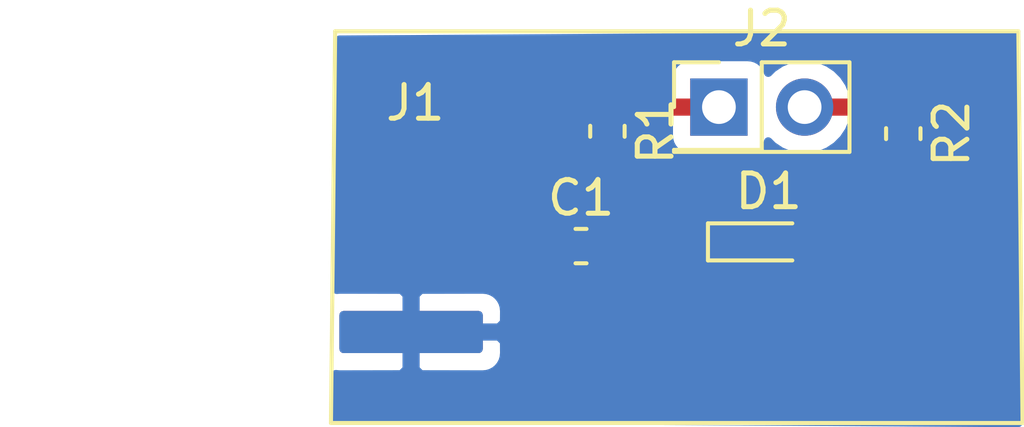
<source format=kicad_pcb>
(kicad_pcb (version 20171130) (host pcbnew "(5.1.5)-2")

  (general
    (thickness 1.6)
    (drawings 4)
    (tracks 8)
    (zones 0)
    (modules 6)
    (nets 6)
  )

  (page A4)
  (layers
    (0 F.Cu signal)
    (31 B.Cu signal)
    (32 B.Adhes user)
    (33 F.Adhes user)
    (34 B.Paste user)
    (35 F.Paste user)
    (36 B.SilkS user)
    (37 F.SilkS user)
    (38 B.Mask user)
    (39 F.Mask user)
    (40 Dwgs.User user)
    (41 Cmts.User user)
    (42 Eco1.User user)
    (43 Eco2.User user)
    (44 Edge.Cuts user)
    (45 Margin user)
    (46 B.CrtYd user)
    (47 F.CrtYd user)
    (48 B.Fab user)
    (49 F.Fab user)
  )

  (setup
    (last_trace_width 0.508)
    (user_trace_width 0.508)
    (trace_clearance 0.2)
    (zone_clearance 0.508)
    (zone_45_only no)
    (trace_min 0.2)
    (via_size 0.8)
    (via_drill 0.4)
    (via_min_size 0.4)
    (via_min_drill 0.3)
    (uvia_size 0.3)
    (uvia_drill 0.1)
    (uvias_allowed no)
    (uvia_min_size 0.2)
    (uvia_min_drill 0.1)
    (edge_width 0.05)
    (segment_width 0.2)
    (pcb_text_width 0.3)
    (pcb_text_size 1.5 1.5)
    (mod_edge_width 0.12)
    (mod_text_size 1 1)
    (mod_text_width 0.15)
    (pad_size 1.524 1.524)
    (pad_drill 0.762)
    (pad_to_mask_clearance 0.051)
    (solder_mask_min_width 0.25)
    (aux_axis_origin 0 0)
    (visible_elements FFFFFF5F)
    (pcbplotparams
      (layerselection 0x010fc_ffffffff)
      (usegerberextensions false)
      (usegerberattributes false)
      (usegerberadvancedattributes false)
      (creategerberjobfile false)
      (excludeedgelayer true)
      (linewidth 0.100000)
      (plotframeref false)
      (viasonmask false)
      (mode 1)
      (useauxorigin false)
      (hpglpennumber 1)
      (hpglpenspeed 20)
      (hpglpendiameter 15.000000)
      (psnegative false)
      (psa4output false)
      (plotreference true)
      (plotvalue true)
      (plotinvisibletext false)
      (padsonsilk false)
      (subtractmaskfromsilk false)
      (outputformat 1)
      (mirror false)
      (drillshape 1)
      (scaleselection 1)
      (outputdirectory ""))
  )

  (net 0 "")
  (net 1 "Net-(C1-Pad1)")
  (net 2 "Net-(C1-Pad2)")
  (net 3 GND)
  (net 4 "Net-(J2-Pad1)")
  (net 5 "Net-(J2-Pad2)")

  (net_class Default "Questo è il gruppo di collegamenti predefinito"
    (clearance 0.2)
    (trace_width 0.25)
    (via_dia 0.8)
    (via_drill 0.4)
    (uvia_dia 0.3)
    (uvia_drill 0.1)
    (add_net GND)
    (add_net "Net-(C1-Pad1)")
    (add_net "Net-(C1-Pad2)")
    (add_net "Net-(J2-Pad1)")
    (add_net "Net-(J2-Pad2)")
  )

  (module Resistor_SMD:R_0603_1608Metric (layer F.Cu) (tedit 5B301BBD) (tstamp 5E07E71A)
    (at 108.07 65.3425 270)
    (descr "Resistor SMD 0603 (1608 Metric), square (rectangular) end terminal, IPC_7351 nominal, (Body size source: http://www.tortai-tech.com/upload/download/2011102023233369053.pdf), generated with kicad-footprint-generator")
    (tags resistor)
    (path /5E07665C)
    (attr smd)
    (fp_text reference R1 (at 0 -1.43 90) (layer F.SilkS)
      (effects (font (size 1 1) (thickness 0.15)))
    )
    (fp_text value R (at 0 1.43 90) (layer F.Fab)
      (effects (font (size 1 1) (thickness 0.15)))
    )
    (fp_line (start -0.8 0.4) (end -0.8 -0.4) (layer F.Fab) (width 0.1))
    (fp_line (start -0.8 -0.4) (end 0.8 -0.4) (layer F.Fab) (width 0.1))
    (fp_line (start 0.8 -0.4) (end 0.8 0.4) (layer F.Fab) (width 0.1))
    (fp_line (start 0.8 0.4) (end -0.8 0.4) (layer F.Fab) (width 0.1))
    (fp_line (start -0.162779 -0.51) (end 0.162779 -0.51) (layer F.SilkS) (width 0.12))
    (fp_line (start -0.162779 0.51) (end 0.162779 0.51) (layer F.SilkS) (width 0.12))
    (fp_line (start -1.48 0.73) (end -1.48 -0.73) (layer F.CrtYd) (width 0.05))
    (fp_line (start -1.48 -0.73) (end 1.48 -0.73) (layer F.CrtYd) (width 0.05))
    (fp_line (start 1.48 -0.73) (end 1.48 0.73) (layer F.CrtYd) (width 0.05))
    (fp_line (start 1.48 0.73) (end -1.48 0.73) (layer F.CrtYd) (width 0.05))
    (fp_text user %R (at 0 0 90) (layer F.Fab)
      (effects (font (size 0.4 0.4) (thickness 0.06)))
    )
    (pad 1 smd roundrect (at -0.7875 0 270) (size 0.875 0.95) (layers F.Cu F.Paste F.Mask) (roundrect_rratio 0.25)
      (net 4 "Net-(J2-Pad1)"))
    (pad 2 smd roundrect (at 0.7875 0 270) (size 0.875 0.95) (layers F.Cu F.Paste F.Mask) (roundrect_rratio 0.25)
      (net 2 "Net-(C1-Pad2)"))
    (model ${KISYS3DMOD}/Resistor_SMD.3dshapes/R_0603_1608Metric.wrl
      (at (xyz 0 0 0))
      (scale (xyz 1 1 1))
      (rotate (xyz 0 0 0))
    )
  )

  (module Diode_SMD:D_SC-80_HandSoldering (layer F.Cu) (tedit 58A57D7F) (tstamp 5E0784FA)
    (at 112.85 68.625)
    (descr "JEITA SC-80")
    (tags SC-80)
    (path /5E07283E)
    (attr smd)
    (fp_text reference D1 (at 0 -1.5) (layer F.SilkS)
      (effects (font (size 1 1) (thickness 0.15)))
    )
    (fp_text value D_Capacitance (at 0 1.6) (layer F.Fab)
      (effects (font (size 1 1) (thickness 0.15)))
    )
    (fp_line (start -0.65 0.4) (end -0.65 -0.4) (layer F.Fab) (width 0.1))
    (fp_line (start 0.65 0.4) (end -0.65 0.4) (layer F.Fab) (width 0.1))
    (fp_line (start 0.65 -0.4) (end 0.65 0.4) (layer F.Fab) (width 0.1))
    (fp_line (start -0.65 -0.4) (end 0.65 -0.4) (layer F.Fab) (width 0.1))
    (fp_line (start -0.2 0) (end 0.2 -0.225) (layer F.Fab) (width 0.1))
    (fp_line (start -0.2 0) (end -0.475 0) (layer F.Fab) (width 0.1))
    (fp_line (start 0.2 0.225) (end -0.2 0) (layer F.Fab) (width 0.1))
    (fp_line (start 0.2 -0.225) (end 0.2 0.225) (layer F.Fab) (width 0.1))
    (fp_line (start -0.2 -0.275) (end -0.2 0.275) (layer F.Fab) (width 0.1))
    (fp_line (start 0.2 0) (end 0.45 0) (layer F.Fab) (width 0.1))
    (fp_line (start -1.8 -0.55) (end -1.8 0.55) (layer F.SilkS) (width 0.12))
    (fp_line (start 1.9 -0.7) (end 1.9 0.7) (layer F.CrtYd) (width 0.05))
    (fp_line (start -1.9 0.7) (end -1.9 -0.7) (layer F.CrtYd) (width 0.05))
    (fp_line (start 1.9 -0.7) (end -1.9 -0.7) (layer F.CrtYd) (width 0.05))
    (fp_line (start -1.9 0.7) (end 1.9 0.7) (layer F.CrtYd) (width 0.05))
    (fp_text user %R (at 0 -1.5) (layer F.Fab)
      (effects (font (size 1 1) (thickness 0.15)))
    )
    (fp_line (start -1.8 -0.55) (end 0.7 -0.55) (layer F.SilkS) (width 0.12))
    (fp_line (start -1.8 0.55) (end 0.7 0.55) (layer F.SilkS) (width 0.12))
    (pad 2 smd rect (at 1.1 0) (size 1.1 0.6) (layers F.Cu F.Paste F.Mask)
      (net 3 GND))
    (pad 1 smd rect (at -1.1 0) (size 1.1 0.6) (layers F.Cu F.Paste F.Mask)
      (net 2 "Net-(C1-Pad2)"))
    (model ${KISYS3DMOD}/Diode_SMD.3dshapes/D_SC-80.wrl
      (at (xyz 0 0 0))
      (scale (xyz 1 1 1))
      (rotate (xyz 0 0 0))
    )
  )

  (module Capacitor_SMD:C_0603_1608Metric (layer F.Cu) (tedit 5B301BBE) (tstamp 5E07A06C)
    (at 107.2875 68.75)
    (descr "Capacitor SMD 0603 (1608 Metric), square (rectangular) end terminal, IPC_7351 nominal, (Body size source: http://www.tortai-tech.com/upload/download/2011102023233369053.pdf), generated with kicad-footprint-generator")
    (tags capacitor)
    (path /5E07494C)
    (attr smd)
    (fp_text reference C1 (at 0 -1.43) (layer F.SilkS)
      (effects (font (size 1 1) (thickness 0.15)))
    )
    (fp_text value CAP (at 0 1.43) (layer F.Fab)
      (effects (font (size 1 1) (thickness 0.15)))
    )
    (fp_line (start -0.8 0.4) (end -0.8 -0.4) (layer F.Fab) (width 0.1))
    (fp_line (start -0.8 -0.4) (end 0.8 -0.4) (layer F.Fab) (width 0.1))
    (fp_line (start 0.8 -0.4) (end 0.8 0.4) (layer F.Fab) (width 0.1))
    (fp_line (start 0.8 0.4) (end -0.8 0.4) (layer F.Fab) (width 0.1))
    (fp_line (start -0.162779 -0.51) (end 0.162779 -0.51) (layer F.SilkS) (width 0.12))
    (fp_line (start -0.162779 0.51) (end 0.162779 0.51) (layer F.SilkS) (width 0.12))
    (fp_line (start -1.48 0.73) (end -1.48 -0.73) (layer F.CrtYd) (width 0.05))
    (fp_line (start -1.48 -0.73) (end 1.48 -0.73) (layer F.CrtYd) (width 0.05))
    (fp_line (start 1.48 -0.73) (end 1.48 0.73) (layer F.CrtYd) (width 0.05))
    (fp_line (start 1.48 0.73) (end -1.48 0.73) (layer F.CrtYd) (width 0.05))
    (fp_text user %R (at 0 0) (layer F.Fab)
      (effects (font (size 0.4 0.4) (thickness 0.06)))
    )
    (pad 1 smd roundrect (at -0.7875 0) (size 0.875 0.95) (layers F.Cu F.Paste F.Mask) (roundrect_rratio 0.25)
      (net 1 "Net-(C1-Pad1)"))
    (pad 2 smd roundrect (at 0.7875 0) (size 0.875 0.95) (layers F.Cu F.Paste F.Mask) (roundrect_rratio 0.25)
      (net 2 "Net-(C1-Pad2)"))
    (model ${KISYS3DMOD}/Capacitor_SMD.3dshapes/C_0603_1608Metric.wrl
      (at (xyz 0 0 0))
      (scale (xyz 1 1 1))
      (rotate (xyz 0 0 0))
    )
  )

  (module Connector_PinHeader_2.54mm:PinHeader_2x01_P2.54mm_Vertical (layer F.Cu) (tedit 59FED5CC) (tstamp 5E07E48C)
    (at 111.375 64.625)
    (descr "Through hole straight pin header, 2x01, 2.54mm pitch, double rows")
    (tags "Through hole pin header THT 2x01 2.54mm double row")
    (path /5E073431)
    (fp_text reference J2 (at 1.27 -2.33) (layer F.SilkS)
      (effects (font (size 1 1) (thickness 0.15)))
    )
    (fp_text value Conn_02x01 (at 1.27 2.33) (layer F.Fab)
      (effects (font (size 1 1) (thickness 0.15)))
    )
    (fp_line (start 0 -1.27) (end 3.81 -1.27) (layer F.Fab) (width 0.1))
    (fp_line (start 3.81 -1.27) (end 3.81 1.27) (layer F.Fab) (width 0.1))
    (fp_line (start 3.81 1.27) (end -1.27 1.27) (layer F.Fab) (width 0.1))
    (fp_line (start -1.27 1.27) (end -1.27 0) (layer F.Fab) (width 0.1))
    (fp_line (start -1.27 0) (end 0 -1.27) (layer F.Fab) (width 0.1))
    (fp_line (start -1.33 1.33) (end 3.87 1.33) (layer F.SilkS) (width 0.12))
    (fp_line (start -1.33 1.27) (end -1.33 1.33) (layer F.SilkS) (width 0.12))
    (fp_line (start 3.87 -1.33) (end 3.87 1.33) (layer F.SilkS) (width 0.12))
    (fp_line (start -1.33 1.27) (end 1.27 1.27) (layer F.SilkS) (width 0.12))
    (fp_line (start 1.27 1.27) (end 1.27 -1.33) (layer F.SilkS) (width 0.12))
    (fp_line (start 1.27 -1.33) (end 3.87 -1.33) (layer F.SilkS) (width 0.12))
    (fp_line (start -1.33 0) (end -1.33 -1.33) (layer F.SilkS) (width 0.12))
    (fp_line (start -1.33 -1.33) (end 0 -1.33) (layer F.SilkS) (width 0.12))
    (fp_line (start -1.8 -1.8) (end -1.8 1.8) (layer F.CrtYd) (width 0.05))
    (fp_line (start -1.8 1.8) (end 4.35 1.8) (layer F.CrtYd) (width 0.05))
    (fp_line (start 4.35 1.8) (end 4.35 -1.8) (layer F.CrtYd) (width 0.05))
    (fp_line (start 4.35 -1.8) (end -1.8 -1.8) (layer F.CrtYd) (width 0.05))
    (fp_text user %R (at 1.27 0 90) (layer F.Fab)
      (effects (font (size 1 1) (thickness 0.15)))
    )
    (pad 1 thru_hole rect (at 0 0) (size 1.7 1.7) (drill 1) (layers *.Cu *.Mask)
      (net 4 "Net-(J2-Pad1)"))
    (pad 2 thru_hole oval (at 2.54 0) (size 1.7 1.7) (drill 1) (layers *.Cu *.Mask)
      (net 5 "Net-(J2-Pad2)"))
    (model ${KISYS3DMOD}/Connector_PinHeader_2.54mm.3dshapes/PinHeader_2x01_P2.54mm_Vertical.wrl
      (at (xyz 0 0 0))
      (scale (xyz 1 1 1))
      (rotate (xyz 0 0 0))
    )
  )

  (module Resistor_SMD:R_0603_1608Metric (layer F.Cu) (tedit 5B301BBD) (tstamp 5E078845)
    (at 116.84 65.4125 270)
    (descr "Resistor SMD 0603 (1608 Metric), square (rectangular) end terminal, IPC_7351 nominal, (Body size source: http://www.tortai-tech.com/upload/download/2011102023233369053.pdf), generated with kicad-footprint-generator")
    (tags resistor)
    (path /5E0773C0)
    (attr smd)
    (fp_text reference R2 (at 0 -1.43 90) (layer F.SilkS)
      (effects (font (size 1 1) (thickness 0.15)))
    )
    (fp_text value R (at 0 1.43 90) (layer F.Fab)
      (effects (font (size 1 1) (thickness 0.15)))
    )
    (fp_text user %R (at 0 0 90) (layer F.Fab)
      (effects (font (size 0.4 0.4) (thickness 0.06)))
    )
    (fp_line (start 1.48 0.73) (end -1.48 0.73) (layer F.CrtYd) (width 0.05))
    (fp_line (start 1.48 -0.73) (end 1.48 0.73) (layer F.CrtYd) (width 0.05))
    (fp_line (start -1.48 -0.73) (end 1.48 -0.73) (layer F.CrtYd) (width 0.05))
    (fp_line (start -1.48 0.73) (end -1.48 -0.73) (layer F.CrtYd) (width 0.05))
    (fp_line (start -0.162779 0.51) (end 0.162779 0.51) (layer F.SilkS) (width 0.12))
    (fp_line (start -0.162779 -0.51) (end 0.162779 -0.51) (layer F.SilkS) (width 0.12))
    (fp_line (start 0.8 0.4) (end -0.8 0.4) (layer F.Fab) (width 0.1))
    (fp_line (start 0.8 -0.4) (end 0.8 0.4) (layer F.Fab) (width 0.1))
    (fp_line (start -0.8 -0.4) (end 0.8 -0.4) (layer F.Fab) (width 0.1))
    (fp_line (start -0.8 0.4) (end -0.8 -0.4) (layer F.Fab) (width 0.1))
    (pad 2 smd roundrect (at 0.7875 0 270) (size 0.875 0.95) (layers F.Cu F.Paste F.Mask) (roundrect_rratio 0.25)
      (net 3 GND))
    (pad 1 smd roundrect (at -0.7875 0 270) (size 0.875 0.95) (layers F.Cu F.Paste F.Mask) (roundrect_rratio 0.25)
      (net 5 "Net-(J2-Pad2)"))
    (model ${KISYS3DMOD}/Resistor_SMD.3dshapes/R_0603_1608Metric.wrl
      (at (xyz 0 0 0))
      (scale (xyz 1 1 1))
      (rotate (xyz 0 0 0))
    )
  )

  (module mylibs:SMA_generic_EdgeMount (layer F.Cu) (tedit 5DF7FF34) (tstamp 5E07CB61)
    (at 100.125 68.75)
    (path /5E07ADA9)
    (fp_text reference J1 (at 2.25 -4.25) (layer F.SilkS)
      (effects (font (size 1 1) (thickness 0.15)))
    )
    (fp_text value Conn_Coaxial (at 0 -5) (layer F.Fab)
      (effects (font (size 1 1) (thickness 0.15)))
    )
    (fp_line (start 4.5 -3.5) (end 4.5 3.5) (layer F.CrtYd) (width 0.12))
    (fp_line (start 4.5 3.5) (end -10 3.5) (layer F.CrtYd) (width 0.12))
    (fp_line (start -10 3.5) (end -10 -3.5) (layer F.CrtYd) (width 0.12))
    (fp_line (start -10 -3.5) (end 4.5 -3.5) (layer F.CrtYd) (width 0.12))
    (fp_line (start 4.5 3.5) (end 4.5 -3.5) (layer B.CrtYd) (width 0.12))
    (fp_line (start -10 3.5) (end 4.5 3.5) (layer B.CrtYd) (width 0.12))
    (fp_line (start -10 -3.5) (end -10 3.5) (layer B.CrtYd) (width 0.12))
    (fp_line (start 4.5 -3.5) (end -10 -3.5) (layer B.CrtYd) (width 0.12))
    (fp_line (start -7.25 -2) (end -7.235051 -2.171551) (layer F.Fab) (width 0.1))
    (fp_line (start -7.235051 -2.171551) (end -7.219671 -2.314483) (layer F.Fab) (width 0.1))
    (fp_line (start -7.219671 -2.314483) (end -7.204177 -2.425267) (layer F.Fab) (width 0.1))
    (fp_line (start -7.204177 -2.425267) (end -7.188893 -2.501681) (layer F.Fab) (width 0.1))
    (fp_line (start -7.188893 -2.501681) (end -7.176286 -2.539027) (layer F.Fab) (width 0.1))
    (fp_line (start -4.452837 -2.983001) (end -4.467114 -2.927245) (layer F.Fab) (width 0.1))
    (fp_line (start -4.467114 -2.927245) (end -4.48181 -2.833634) (layer F.Fab) (width 0.1))
    (fp_line (start -4.48181 -2.833634) (end -4.496649 -2.703247) (layer F.Fab) (width 0.1))
    (fp_line (start -4.496649 -2.703247) (end -4.511345 -2.538593) (layer F.Fab) (width 0.1))
    (fp_line (start -8.585722 -2.768794) (end -8.72398 -2.543211) (layer F.Fab) (width 0.1))
    (fp_line (start -6.892667 2.766129) (end -6.754414 2.540555) (layer F.Fab) (width 0.1))
    (fp_line (start -4.625622 -0.331885) (end -4.639229 -0.001274) (layer F.Fab) (width 0.1))
    (fp_line (start -4.639229 -0.001274) (end -4.652837 0.329336) (layer F.Fab) (width 0.1))
    (fp_line (start -4.652837 0.329336) (end -4.667114 0.661065) (layer F.Fab) (width 0.1))
    (fp_line (start -4.667114 0.661065) (end -4.68181 0.987532) (layer F.Fab) (width 0.1))
    (fp_line (start -4.985722 2.766245) (end -4.847466 2.991926) (layer F.Fab) (width 0.1))
    (fp_line (start -6.985722 -2.768794) (end -7.12398 -2.543211) (layer F.Fab) (width 0.1))
    (fp_line (start -7.385722 2.766245) (end -7.247466 2.991926) (layer F.Fab) (width 0.1))
    (fp_line (start -6.88181 -2.833634) (end -6.896649 -2.703247) (layer F.Fab) (width 0.1))
    (fp_line (start -6.896649 -2.703247) (end -6.911345 -2.538593) (layer F.Fab) (width 0.1))
    (fp_line (start -6.911345 -2.538593) (end -6.925622 -2.343451) (layer F.Fab) (width 0.1))
    (fp_line (start -6.925622 -2.343451) (end -6.939229 -2.122595) (layer F.Fab) (width 0.1))
    (fp_line (start -5.80681 0.839211) (end -5.792114 0.561714) (layer F.Fab) (width 0.1))
    (fp_line (start -5.792114 0.561714) (end -5.777837 0.279745) (layer F.Fab) (width 0.1))
    (fp_line (start -5.777837 0.279745) (end -5.764229 -0.001274) (layer F.Fab) (width 0.1))
    (fp_line (start -5.764229 -0.001274) (end -5.750622 -0.282293) (layer F.Fab) (width 0.1))
    (fp_line (start -5.750622 -0.282293) (end -5.736345 -0.564263) (layer F.Fab) (width 0.1))
    (fp_line (start -8.127837 0.279745) (end -8.142114 0.561714) (layer F.Fab) (width 0.1))
    (fp_line (start -8.142114 0.561714) (end -8.15681 0.839211) (layer F.Fab) (width 0.1))
    (fp_line (start -8.15681 0.839211) (end -8.171649 1.106776) (layer F.Fab) (width 0.1))
    (fp_line (start -8.171649 1.106776) (end -8.186345 1.35926) (layer F.Fab) (width 0.1))
    (fp_line (start -8.186345 1.35926) (end -8.200622 1.592155) (layer F.Fab) (width 0.1))
    (fp_line (start -7.300065 -0.293538) (end -7.314229 -0.001274) (layer F.Fab) (width 0.1))
    (fp_line (start -7.314229 -0.001274) (end -7.327837 0.279745) (layer F.Fab) (width 0.1))
    (fp_line (start -7.327837 0.279745) (end -7.342114 0.561714) (layer F.Fab) (width 0.1))
    (fp_line (start -7.342114 0.561714) (end -7.35681 0.839211) (layer F.Fab) (width 0.1))
    (fp_line (start -7.35681 0.839211) (end -7.371649 1.106776) (layer F.Fab) (width 0.1))
    (fp_line (start -5.452837 0.329336) (end -5.467114 0.661065) (layer F.Fab) (width 0.1))
    (fp_line (start -5.467114 0.661065) (end -5.48181 0.987532) (layer F.Fab) (width 0.1))
    (fp_line (start -5.48181 0.987532) (end -5.496649 1.302314) (layer F.Fab) (width 0.1))
    (fp_line (start -5.496649 1.302314) (end -5.511345 1.599355) (layer F.Fab) (width 0.1))
    (fp_line (start -7.652837 -2.983001) (end -7.667114 -2.927245) (layer F.Fab) (width 0.1))
    (fp_line (start -7.667114 -2.927245) (end -7.68181 -2.833634) (layer F.Fab) (width 0.1))
    (fp_line (start -7.68181 -2.833634) (end -7.696649 -2.703247) (layer F.Fab) (width 0.1))
    (fp_line (start -7.696649 -2.703247) (end -7.711345 -2.538593) (layer F.Fab) (width 0.1))
    (fp_line (start -4.121649 -0.84176) (end -4.10681 -1.109325) (layer F.Fab) (width 0.1))
    (fp_line (start -4.10681 -1.109325) (end -4.092114 -1.361809) (layer F.Fab) (width 0.1))
    (fp_line (start -4.092114 -1.361809) (end -4.077837 -1.594703) (layer F.Fab) (width 0.1))
    (fp_line (start -4.077837 -1.594703) (end -4.064229 -1.804397) (layer F.Fab) (width 0.1))
    (fp_line (start -4.064229 -1.804397) (end -4.05 -2) (layer F.Fab) (width 0.1))
    (fp_line (start -4.05 -2) (end -4.039229 -2.126919) (layer F.Fab) (width 0.1))
    (fp_line (start -7.559422 2.548726) (end -7.514229 2.548726) (layer F.Fab) (width 0.1))
    (fp_line (start -8.359422 2.548726) (end -8.314229 2.548726) (layer F.Fab) (width 0.1))
    (fp_line (start -9.439229 2.548726) (end -8.788893 2.548726) (layer F.Fab) (width 0.1))
    (fp_line (start -5.800622 1.592155) (end -5.814229 1.801848) (layer F.Fab) (width 0.1))
    (fp_line (start -5.814229 1.801848) (end -5.827837 1.989576) (layer F.Fab) (width 0.1))
    (fp_line (start -5.827837 1.989576) (end -5.842114 2.155447) (layer F.Fab) (width 0.1))
    (fp_line (start -5.842114 2.155447) (end -5.85681 2.295402) (layer F.Fab) (width 0.1))
    (fp_line (start -6.996649 -0.990081) (end -7.011345 -0.663614) (layer F.Fab) (width 0.1))
    (fp_line (start -7.011345 -0.663614) (end -7.025622 -0.331885) (layer F.Fab) (width 0.1))
    (fp_line (start -7.025622 -0.331885) (end -7.039229 -0.001274) (layer F.Fab) (width 0.1))
    (fp_line (start -7.039229 -0.001274) (end -7.052837 0.329336) (layer F.Fab) (width 0.1))
    (fp_line (start -4.942114 0.561714) (end -4.95681 0.839211) (layer F.Fab) (width 0.1))
    (fp_line (start -4.95681 0.839211) (end -4.971649 1.106776) (layer F.Fab) (width 0.1))
    (fp_line (start -4.971649 1.106776) (end -4.986345 1.35926) (layer F.Fab) (width 0.1))
    (fp_line (start -4.986345 1.35926) (end -5.000622 1.592155) (layer F.Fab) (width 0.1))
    (fp_line (start -5.239186 -3.001216) (end -5.239229 -3.001274) (layer F.Fab) (width 0.1))
    (fp_line (start -5.239229 -3.001274) (end -5.252837 -2.983001) (layer F.Fab) (width 0.1))
    (fp_line (start -5.252837 -2.983001) (end -5.267114 -2.927245) (layer F.Fab) (width 0.1))
    (fp_line (start -5.267114 -2.927245) (end -5.28181 -2.833634) (layer F.Fab) (width 0.1))
    (fp_line (start -5.588893 -2.501681) (end -5.576286 -2.539027) (layer F.Fab) (width 0.1))
    (fp_line (start -5.576286 -2.539027) (end -5.564229 -2.551274) (layer F.Fab) (width 0.1))
    (fp_line (start -5.154367 2.537468) (end -5.150622 2.533194) (layer F.Fab) (width 0.1))
    (fp_line (start -5.150622 2.533194) (end -5.136345 2.485801) (layer F.Fab) (width 0.1))
    (fp_line (start -5.136345 2.485801) (end -5.121649 2.406231) (layer F.Fab) (width 0.1))
    (fp_line (start -5.05681 2.295402) (end -5.071649 2.406231) (layer F.Fab) (width 0.1))
    (fp_line (start -5.071649 2.406231) (end -5.086345 2.485801) (layer F.Fab) (width 0.1))
    (fp_line (start -5.086345 2.485801) (end -5.100622 2.533194) (layer F.Fab) (width 0.1))
    (fp_line (start -5.100622 2.533194) (end -5.114229 2.548726) (layer F.Fab) (width 0.1))
    (fp_line (start -7.321649 -0.84176) (end -7.30681 -1.109325) (layer F.Fab) (width 0.1))
    (fp_line (start -7.30681 -1.109325) (end -7.292114 -1.361809) (layer F.Fab) (width 0.1))
    (fp_line (start -7.292114 -1.361809) (end -7.277837 -1.594703) (layer F.Fab) (width 0.1))
    (fp_line (start -7.277837 -1.594703) (end -7.264229 -1.804397) (layer F.Fab) (width 0.1))
    (fp_line (start -7.264229 -1.804397) (end -7.25 -2) (layer F.Fab) (width 0.1))
    (fp_line (start -7.68181 0.987532) (end -7.696649 1.302314) (layer F.Fab) (width 0.1))
    (fp_line (start -7.696649 1.302314) (end -7.711345 1.599355) (layer F.Fab) (width 0.1))
    (fp_line (start -7.711345 1.599355) (end -7.725622 1.873348) (layer F.Fab) (width 0.1))
    (fp_line (start -7.725622 1.873348) (end -7.739229 2.120046) (layer F.Fab) (width 0.1))
    (fp_line (start -7.739229 2.120046) (end -7.752837 2.340902) (layer F.Fab) (width 0.1))
    (fp_line (start -7.752837 2.340902) (end -7.767114 2.536044) (layer F.Fab) (width 0.1))
    (fp_line (start -7.767114 2.536044) (end -7.78181 2.700698) (layer F.Fab) (width 0.1))
    (fp_line (start -7.78181 2.700698) (end -7.796649 2.831085) (layer F.Fab) (width 0.1))
    (fp_line (start -6.167114 2.536044) (end -6.18181 2.700698) (layer F.Fab) (width 0.1))
    (fp_line (start -6.18181 2.700698) (end -6.196649 2.831085) (layer F.Fab) (width 0.1))
    (fp_line (start -6.196649 2.831085) (end -6.211345 2.924697) (layer F.Fab) (width 0.1))
    (fp_line (start -6.211345 2.924697) (end -6.225622 2.980453) (layer F.Fab) (width 0.1))
    (fp_line (start -6.225622 2.980453) (end -6.238029 2.997113) (layer F.Fab) (width 0.1))
    (fp_line (start -6.630844 -2.990014) (end -6.639229 -3.001274) (layer F.Fab) (width 0.1))
    (fp_line (start -6.639229 -3.001274) (end -6.652837 -2.983001) (layer F.Fab) (width 0.1))
    (fp_line (start -4.68181 0.987532) (end -4.696649 1.302314) (layer F.Fab) (width 0.1))
    (fp_line (start -4.696649 1.302314) (end -4.711345 1.599355) (layer F.Fab) (width 0.1))
    (fp_line (start -4.711345 1.599355) (end -4.725622 1.873348) (layer F.Fab) (width 0.1))
    (fp_line (start -4.725622 1.873348) (end -4.739229 2.120046) (layer F.Fab) (width 0.1))
    (fp_line (start -4.20681 0.839211) (end -4.192114 0.561714) (layer F.Fab) (width 0.1))
    (fp_line (start -4.192114 0.561714) (end -4.177837 0.279745) (layer F.Fab) (width 0.1))
    (fp_line (start -4.177837 0.279745) (end -4.164229 -0.001274) (layer F.Fab) (width 0.1))
    (fp_line (start -4.164229 -0.001274) (end -4.150622 -0.282293) (layer F.Fab) (width 0.1))
    (fp_line (start -4.150622 -0.282293) (end -4.136345 -0.564263) (layer F.Fab) (width 0.1))
    (fp_line (start -4.136345 -0.564263) (end -4.121649 -0.84176) (layer F.Fab) (width 0.1))
    (fp_line (start -7.996649 2.831085) (end -8.011345 2.924697) (layer F.Fab) (width 0.1))
    (fp_line (start -8.011345 2.924697) (end -8.025622 2.980453) (layer F.Fab) (width 0.1))
    (fp_line (start -8.025622 2.980453) (end -8.039229 2.998726) (layer F.Fab) (width 0.1))
    (fp_line (start -8.039229 2.998726) (end -8.04754 2.987566) (layer F.Fab) (width 0.1))
    (fp_line (start -5.967114 -1.601903) (end -5.98181 -1.304863) (layer F.Fab) (width 0.1))
    (fp_line (start -5.98181 -1.304863) (end -5.996649 -0.990081) (layer F.Fab) (width 0.1))
    (fp_line (start -5.996649 -0.990081) (end -6.011345 -0.663614) (layer F.Fab) (width 0.1))
    (fp_line (start -6.011345 -0.663614) (end -6.025622 -0.331885) (layer F.Fab) (width 0.1))
    (fp_line (start -6.025622 -0.331885) (end -6.039229 -0.001274) (layer F.Fab) (width 0.1))
    (fp_line (start -6.039229 -0.001274) (end -6.052837 0.329336) (layer F.Fab) (width 0.1))
    (fp_line (start -6.052837 0.329336) (end -6.067114 0.661065) (layer F.Fab) (width 0.1))
    (fp_line (start -5.385722 -2.768794) (end -5.52398 -2.543211) (layer F.Fab) (width 0.1))
    (fp_line (start -8.054452 -1.150674) (end -8.069878 -0.87435) (layer F.Fab) (width 0.1))
    (fp_line (start -8.069878 -0.87435) (end -8.085187 -0.586598) (layer F.Fab) (width 0.1))
    (fp_line (start -8.085187 -0.586598) (end -8.100065 -0.293538) (layer F.Fab) (width 0.1))
    (fp_line (start -8.100065 -0.293538) (end -8.114229 -0.001274) (layer F.Fab) (width 0.1))
    (fp_line (start -8.114229 -0.001274) (end -8.127837 0.279745) (layer F.Fab) (width 0.1))
    (fp_line (start -7.88181 0.987532) (end -7.896649 1.302314) (layer F.Fab) (width 0.1))
    (fp_line (start -7.896649 1.302314) (end -7.911345 1.599355) (layer F.Fab) (width 0.1))
    (fp_line (start -7.911345 1.599355) (end -7.925622 1.873348) (layer F.Fab) (width 0.1))
    (fp_line (start -7.925622 1.873348) (end -7.939229 2.120046) (layer F.Fab) (width 0.1))
    (fp_line (start -5.38181 2.700698) (end -5.396649 2.831085) (layer F.Fab) (width 0.1))
    (fp_line (start -5.396649 2.831085) (end -5.411345 2.924697) (layer F.Fab) (width 0.1))
    (fp_line (start -5.411345 2.924697) (end -5.425622 2.980453) (layer F.Fab) (width 0.1))
    (fp_line (start -5.425622 2.980453) (end -5.438029 2.997113) (layer F.Fab) (width 0.1))
    (fp_line (start -5.830844 -2.990014) (end -5.839229 -3.001274) (layer F.Fab) (width 0.1))
    (fp_line (start -5.839229 -3.001274) (end -5.852837 -2.983001) (layer F.Fab) (width 0.1))
    (fp_line (start -5.852837 -2.983001) (end -5.867114 -2.927245) (layer F.Fab) (width 0.1))
    (fp_line (start -7.939229 2.120046) (end -7.952837 2.340902) (layer F.Fab) (width 0.1))
    (fp_line (start -7.952837 2.340902) (end -7.967114 2.536044) (layer F.Fab) (width 0.1))
    (fp_line (start -7.967114 2.536044) (end -7.98181 2.700698) (layer F.Fab) (width 0.1))
    (fp_line (start -7.98181 2.700698) (end -7.996649 2.831085) (layer F.Fab) (width 0.1))
    (fp_line (start -7.796649 2.831085) (end -7.811345 2.924697) (layer F.Fab) (width 0.1))
    (fp_line (start -7.811345 2.924697) (end -7.825622 2.980453) (layer F.Fab) (width 0.1))
    (fp_line (start -7.825622 2.980453) (end -7.838029 2.997113) (layer F.Fab) (width 0.1))
    (fp_line (start -8.230844 -2.990014) (end -8.239229 -3.001274) (layer F.Fab) (width 0.1))
    (fp_line (start -8.239229 -3.001274) (end -8.252837 -2.983001) (layer F.Fab) (width 0.1))
    (fp_line (start -8.252837 -2.983001) (end -8.267114 -2.927245) (layer F.Fab) (width 0.1))
    (fp_line (start -8.267114 -2.927245) (end -8.28181 -2.833634) (layer F.Fab) (width 0.1))
    (fp_line (start -8.28181 -2.833634) (end -8.296649 -2.703247) (layer F.Fab) (width 0.1))
    (fp_line (start -6.752837 -1.875897) (end -6.767114 -1.601903) (layer F.Fab) (width 0.1))
    (fp_line (start -6.767114 -1.601903) (end -6.78181 -1.304863) (layer F.Fab) (width 0.1))
    (fp_line (start -6.78181 -1.304863) (end -6.796649 -0.990081) (layer F.Fab) (width 0.1))
    (fp_line (start -6.796649 -0.990081) (end -6.811345 -0.663614) (layer F.Fab) (width 0.1))
    (fp_line (start -6.811345 -0.663614) (end -6.825622 -0.331885) (layer F.Fab) (width 0.1))
    (fp_line (start -6.825622 -0.331885) (end -6.839229 -0.001274) (layer F.Fab) (width 0.1))
    (fp_line (start -6.839229 -0.001274) (end -6.852837 0.329336) (layer F.Fab) (width 0.1))
    (fp_line (start -8.719038 -2.551274) (end -8.764229 -2.551274) (layer F.Fab) (width 0.1))
    (fp_line (start -7.919038 -2.551274) (end -7.964229 -2.551274) (layer F.Fab) (width 0.1))
    (fp_line (start -7.119038 -2.551274) (end -7.164229 -2.551274) (layer F.Fab) (width 0.1))
    (fp_line (start -5.85681 2.295402) (end -5.871649 2.406231) (layer F.Fab) (width 0.1))
    (fp_line (start -5.871649 2.406231) (end -5.886345 2.485801) (layer F.Fab) (width 0.1))
    (fp_line (start -5.886345 2.485801) (end -5.900622 2.533194) (layer F.Fab) (width 0.1))
    (fp_line (start -5.900622 2.533194) (end -5.914229 2.548726) (layer F.Fab) (width 0.1))
    (fp_line (start -6.324027 -2.540091) (end -6.327837 -2.535742) (layer F.Fab) (width 0.1))
    (fp_line (start -4.185722 2.766245) (end -4.047466 2.991926) (layer F.Fab) (width 0.1))
    (fp_line (start -5.877837 1.989576) (end -5.864229 1.801848) (layer F.Fab) (width 0.1))
    (fp_line (start -5.864229 1.801848) (end -5.850622 1.592155) (layer F.Fab) (width 0.1))
    (fp_line (start -5.850622 1.592155) (end -5.836345 1.35926) (layer F.Fab) (width 0.1))
    (fp_line (start -5.836345 1.35926) (end -5.821649 1.106776) (layer F.Fab) (width 0.1))
    (fp_line (start -5.821649 1.106776) (end -5.80681 0.839211) (layer F.Fab) (width 0.1))
    (fp_line (start -5.396649 -0.990081) (end -5.411345 -0.663614) (layer F.Fab) (width 0.1))
    (fp_line (start -5.411345 -0.663614) (end -5.425622 -0.331885) (layer F.Fab) (width 0.1))
    (fp_line (start -5.425622 -0.331885) (end -5.439229 -0.001274) (layer F.Fab) (width 0.1))
    (fp_line (start -5.439229 -0.001274) (end -5.452837 0.329336) (layer F.Fab) (width 0.1))
    (fp_line (start -7.371649 1.106776) (end -7.386345 1.35926) (layer F.Fab) (width 0.1))
    (fp_line (start -7.386345 1.35926) (end -7.400622 1.592155) (layer F.Fab) (width 0.1))
    (fp_line (start -7.400622 1.592155) (end -7.414229 1.801848) (layer F.Fab) (width 0.1))
    (fp_line (start -7.414229 1.801848) (end -7.427837 1.989576) (layer F.Fab) (width 0.1))
    (fp_line (start -7.427837 1.989576) (end -7.442114 2.155447) (layer F.Fab) (width 0.1))
    (fp_line (start -7.986345 -2.157995) (end -8.000622 -1.992124) (layer F.Fab) (width 0.1))
    (fp_line (start -8.000622 -1.992124) (end -8.014229 -1.804397) (layer F.Fab) (width 0.1))
    (fp_line (start -8.014229 -1.804397) (end -8.026448 -1.616668) (layer F.Fab) (width 0.1))
    (fp_line (start -8.026448 -1.616668) (end -8.039229 -1.409867) (layer F.Fab) (width 0.1))
    (fp_line (start -8.039229 -1.409867) (end -8.054452 -1.150674) (layer F.Fab) (width 0.1))
    (fp_line (start -6.719038 2.548726) (end -6.585722 2.766245) (layer F.Fab) (width 0.1))
    (fp_line (start -5.638045 2.998582) (end -5.438045 2.998582) (layer F.Fab) (width 0.1))
    (fp_line (start -7.442114 2.155447) (end -7.45681 2.295402) (layer F.Fab) (width 0.1))
    (fp_line (start -7.45681 2.295402) (end -7.471649 2.406231) (layer F.Fab) (width 0.1))
    (fp_line (start -7.471649 2.406231) (end -7.486345 2.485801) (layer F.Fab) (width 0.1))
    (fp_line (start -7.486345 2.485801) (end -7.500622 2.533194) (layer F.Fab) (width 0.1))
    (fp_line (start -7.500622 2.533194) (end -7.514229 2.548726) (layer F.Fab) (width 0.1))
    (fp_line (start -5.692667 -2.768678) (end -5.830918 -2.994351) (layer F.Fab) (width 0.1))
    (fp_line (start -8.221649 1.106776) (end -8.20681 0.839211) (layer F.Fab) (width 0.1))
    (fp_line (start -8.20681 0.839211) (end -8.192114 0.561714) (layer F.Fab) (width 0.1))
    (fp_line (start -8.192114 0.561714) (end -8.177837 0.279745) (layer F.Fab) (width 0.1))
    (fp_line (start -8.177837 0.279745) (end -8.164229 -0.001274) (layer F.Fab) (width 0.1))
    (fp_line (start -8.164229 -0.001274) (end -8.150622 -0.282293) (layer F.Fab) (width 0.1))
    (fp_line (start -6.400622 -1.992124) (end -6.414229 -1.804397) (layer F.Fab) (width 0.1))
    (fp_line (start -6.414229 -1.804397) (end -6.426448 -1.616668) (layer F.Fab) (width 0.1))
    (fp_line (start -6.426448 -1.616668) (end -6.439229 -1.409867) (layer F.Fab) (width 0.1))
    (fp_line (start -6.439229 -1.409867) (end -6.454452 -1.150674) (layer F.Fab) (width 0.1))
    (fp_line (start -6.454452 -1.150674) (end -6.469878 -0.87435) (layer F.Fab) (width 0.1))
    (fp_line (start -8.150622 -0.282293) (end -8.136345 -0.564263) (layer F.Fab) (width 0.1))
    (fp_line (start -8.136345 -0.564263) (end -8.121649 -0.84176) (layer F.Fab) (width 0.1))
    (fp_line (start -8.121649 -0.84176) (end -8.10681 -1.109325) (layer F.Fab) (width 0.1))
    (fp_line (start -8.10681 -1.109325) (end -8.092114 -1.361809) (layer F.Fab) (width 0.1))
    (fp_line (start -8.092114 -1.361809) (end -8.077837 -1.594703) (layer F.Fab) (width 0.1))
    (fp_line (start -7.464229 1.801848) (end -7.450622 1.592155) (layer F.Fab) (width 0.1))
    (fp_line (start -7.450622 1.592155) (end -7.436345 1.35926) (layer F.Fab) (width 0.1))
    (fp_line (start -7.436345 1.35926) (end -7.421649 1.106776) (layer F.Fab) (width 0.1))
    (fp_line (start -7.421649 1.106776) (end -7.40681 0.839211) (layer F.Fab) (width 0.1))
    (fp_line (start -7.40681 0.839211) (end -7.392114 0.561714) (layer F.Fab) (width 0.1))
    (fp_line (start -4.977837 0.279745) (end -4.964229 -0.001274) (layer F.Fab) (width 0.1))
    (fp_line (start -4.964229 -0.001274) (end -4.950622 -0.282293) (layer F.Fab) (width 0.1))
    (fp_line (start -4.950622 -0.282293) (end -4.936345 -0.564263) (layer F.Fab) (width 0.1))
    (fp_line (start -4.936345 -0.564263) (end -4.921649 -0.84176) (layer F.Fab) (width 0.1))
    (fp_line (start -4.921649 -0.84176) (end -4.90681 -1.109325) (layer F.Fab) (width 0.1))
    (fp_line (start -6.469878 -0.87435) (end -6.485187 -0.586598) (layer F.Fab) (width 0.1))
    (fp_line (start -6.485187 -0.586598) (end -6.500065 -0.293538) (layer F.Fab) (width 0.1))
    (fp_line (start -6.500065 -0.293538) (end -6.514229 -0.001274) (layer F.Fab) (width 0.1))
    (fp_line (start -6.514229 -0.001274) (end -6.527837 0.279745) (layer F.Fab) (width 0.1))
    (fp_line (start -6.527837 0.279745) (end -6.542114 0.561714) (layer F.Fab) (width 0.1))
    (fp_line (start -6.542114 0.561714) (end -6.55681 0.839211) (layer F.Fab) (width 0.1))
    (fp_line (start -6.55681 0.839211) (end -6.571649 1.106776) (layer F.Fab) (width 0.1))
    (fp_line (start -6.571649 1.106776) (end -6.586345 1.35926) (layer F.Fab) (width 0.1))
    (fp_line (start -6.586345 1.35926) (end -6.600622 1.592155) (layer F.Fab) (width 0.1))
    (fp_line (start -6.600622 1.592155) (end -6.614229 1.801848) (layer F.Fab) (width 0.1))
    (fp_line (start -6.492114 -1.361809) (end -6.477837 -1.594703) (layer F.Fab) (width 0.1))
    (fp_line (start -6.477837 -1.594703) (end -6.464229 -1.804397) (layer F.Fab) (width 0.1))
    (fp_line (start -6.464229 -1.804397) (end -6.45 -2) (layer F.Fab) (width 0.1))
    (fp_line (start -6.45 -2) (end -6.435051 -2.171551) (layer F.Fab) (width 0.1))
    (fp_line (start -6.435051 -2.171551) (end -6.419671 -2.314483) (layer F.Fab) (width 0.1))
    (fp_line (start -6.327837 -2.535742) (end -6.342114 -2.48835) (layer F.Fab) (width 0.1))
    (fp_line (start -6.342114 -2.48835) (end -6.35681 -2.40878) (layer F.Fab) (width 0.1))
    (fp_line (start -6.35681 -2.40878) (end -6.371649 -2.297951) (layer F.Fab) (width 0.1))
    (fp_line (start -6.371649 -2.297951) (end -6.386345 -2.157995) (layer F.Fab) (width 0.1))
    (fp_line (start -6.386345 -2.157995) (end -6.400622 -1.992124) (layer F.Fab) (width 0.1))
    (fp_line (start -5.785722 2.766245) (end -5.647466 2.991926) (layer F.Fab) (width 0.1))
    (fp_line (start -5.839187 -3.001274) (end -6.039187 -3.001274) (layer F.Fab) (width 0.1))
    (fp_line (start -6.686345 2.485801) (end -6.700622 2.533194) (layer F.Fab) (width 0.1))
    (fp_line (start -6.700622 2.533194) (end -6.714229 2.548726) (layer F.Fab) (width 0.1))
    (fp_line (start -7.124027 -2.540091) (end -7.127837 -2.535742) (layer F.Fab) (width 0.1))
    (fp_line (start -7.127837 -2.535742) (end -7.142114 -2.48835) (layer F.Fab) (width 0.1))
    (fp_line (start -7.142114 -2.48835) (end -7.15681 -2.40878) (layer F.Fab) (width 0.1))
    (fp_line (start -8.004177 -2.425267) (end -7.988893 -2.501681) (layer F.Fab) (width 0.1))
    (fp_line (start -7.988893 -2.501681) (end -7.976286 -2.539027) (layer F.Fab) (width 0.1))
    (fp_line (start -7.976286 -2.539027) (end -7.964229 -2.551274) (layer F.Fab) (width 0.1))
    (fp_line (start -7.554367 2.537468) (end -7.550622 2.533194) (layer F.Fab) (width 0.1))
    (fp_line (start -7.550622 2.533194) (end -7.536345 2.485801) (layer F.Fab) (width 0.1))
    (fp_line (start -4.396649 -0.990081) (end -4.411345 -0.663614) (layer F.Fab) (width 0.1))
    (fp_line (start -4.411345 -0.663614) (end -4.425622 -0.331885) (layer F.Fab) (width 0.1))
    (fp_line (start -4.425622 -0.331885) (end -4.439229 -0.001274) (layer F.Fab) (width 0.1))
    (fp_line (start -4.439229 -0.001274) (end -4.452837 0.329336) (layer F.Fab) (width 0.1))
    (fp_line (start -4.452837 0.329336) (end -4.467114 0.661065) (layer F.Fab) (width 0.1))
    (fp_line (start -4.467114 0.661065) (end -4.48181 0.987532) (layer F.Fab) (width 0.1))
    (fp_line (start -4.48181 0.987532) (end -4.496649 1.302314) (layer F.Fab) (width 0.1))
    (fp_line (start -7.226448 -1.616668) (end -7.239229 -1.409867) (layer F.Fab) (width 0.1))
    (fp_line (start -7.239229 -1.409867) (end -7.254452 -1.150674) (layer F.Fab) (width 0.1))
    (fp_line (start -7.254452 -1.150674) (end -7.269878 -0.87435) (layer F.Fab) (width 0.1))
    (fp_line (start -7.269878 -0.87435) (end -7.285187 -0.586598) (layer F.Fab) (width 0.1))
    (fp_line (start -7.285187 -0.586598) (end -7.300065 -0.293538) (layer F.Fab) (width 0.1))
    (fp_line (start -8.077837 -1.594703) (end -8.064229 -1.804397) (layer F.Fab) (width 0.1))
    (fp_line (start -8.064229 -1.804397) (end -8.05 -2) (layer F.Fab) (width 0.1))
    (fp_line (start -8.05 -2) (end -8.035051 -2.171551) (layer F.Fab) (width 0.1))
    (fp_line (start -8.035051 -2.171551) (end -8.019671 -2.314483) (layer F.Fab) (width 0.1))
    (fp_line (start -8.019671 -2.314483) (end -8.004177 -2.425267) (layer F.Fab) (width 0.1))
    (fp_line (start -7.15681 -2.40878) (end -7.171649 -2.297951) (layer F.Fab) (width 0.1))
    (fp_line (start -7.171649 -2.297951) (end -7.186345 -2.157995) (layer F.Fab) (width 0.1))
    (fp_line (start -7.186345 -2.157995) (end -7.200622 -1.992124) (layer F.Fab) (width 0.1))
    (fp_line (start -7.200622 -1.992124) (end -7.214229 -1.804397) (layer F.Fab) (width 0.1))
    (fp_line (start -7.214229 -1.804397) (end -7.226448 -1.616668) (layer F.Fab) (width 0.1))
    (fp_line (start -5.050622 1.592155) (end -5.036345 1.35926) (layer F.Fab) (width 0.1))
    (fp_line (start -5.036345 1.35926) (end -5.021649 1.106776) (layer F.Fab) (width 0.1))
    (fp_line (start -5.021649 1.106776) (end -5.00681 0.839211) (layer F.Fab) (width 0.1))
    (fp_line (start -5.00681 0.839211) (end -4.992114 0.561714) (layer F.Fab) (width 0.1))
    (fp_line (start -4.992114 0.561714) (end -4.977837 0.279745) (layer F.Fab) (width 0.1))
    (fp_line (start -6.952837 2.340902) (end -6.967114 2.536044) (layer F.Fab) (width 0.1))
    (fp_line (start -6.967114 2.536044) (end -6.98181 2.700698) (layer F.Fab) (width 0.1))
    (fp_line (start -6.98181 2.700698) (end -6.996649 2.831085) (layer F.Fab) (width 0.1))
    (fp_line (start -6.996649 2.831085) (end -7.011345 2.924697) (layer F.Fab) (width 0.1))
    (fp_line (start -7.011345 2.924697) (end -7.025622 2.980453) (layer F.Fab) (width 0.1))
    (fp_line (start -7.025622 2.980453) (end -7.038029 2.997113) (layer F.Fab) (width 0.1))
    (fp_line (start -7.430844 -2.990014) (end -7.439229 -3.001274) (layer F.Fab) (width 0.1))
    (fp_line (start -7.439229 -3.001274) (end -7.452837 -2.983001) (layer F.Fab) (width 0.1))
    (fp_line (start -7.519038 2.548726) (end -7.385722 2.766245) (layer F.Fab) (width 0.1))
    (fp_line (start -8.200622 1.592155) (end -8.214229 1.801848) (layer F.Fab) (width 0.1))
    (fp_line (start -8.214229 1.801848) (end -8.227837 1.989576) (layer F.Fab) (width 0.1))
    (fp_line (start -8.227837 1.989576) (end -8.242114 2.155447) (layer F.Fab) (width 0.1))
    (fp_line (start -8.242114 2.155447) (end -8.25681 2.295402) (layer F.Fab) (width 0.1))
    (fp_line (start -8.25681 2.295402) (end -8.271649 2.406231) (layer F.Fab) (width 0.1))
    (fp_line (start -7.825622 -0.331885) (end -7.839229 -0.001274) (layer F.Fab) (width 0.1))
    (fp_line (start -7.839229 -0.001274) (end -7.852837 0.329336) (layer F.Fab) (width 0.1))
    (fp_line (start -7.852837 0.329336) (end -7.867114 0.661065) (layer F.Fab) (width 0.1))
    (fp_line (start -7.867114 0.661065) (end -7.88181 0.987532) (layer F.Fab) (width 0.1))
    (fp_line (start -7.452837 -2.983001) (end -7.467114 -2.927245) (layer F.Fab) (width 0.1))
    (fp_line (start -7.467114 -2.927245) (end -7.48181 -2.833634) (layer F.Fab) (width 0.1))
    (fp_line (start -7.48181 -2.833634) (end -7.496649 -2.703247) (layer F.Fab) (width 0.1))
    (fp_line (start -7.496649 -2.703247) (end -7.511345 -2.538593) (layer F.Fab) (width 0.1))
    (fp_line (start -7.511345 -2.538593) (end -7.525622 -2.343451) (layer F.Fab) (width 0.1))
    (fp_line (start -7.525622 -2.343451) (end -7.539229 -2.122595) (layer F.Fab) (width 0.1))
    (fp_line (start -7.539229 -2.122595) (end -7.552837 -1.875897) (layer F.Fab) (width 0.1))
    (fp_line (start -7.552837 -1.875897) (end -7.567114 -1.601903) (layer F.Fab) (width 0.1))
    (fp_line (start -7.052837 0.329336) (end -7.067114 0.661065) (layer F.Fab) (width 0.1))
    (fp_line (start -7.067114 0.661065) (end -7.08181 0.987532) (layer F.Fab) (width 0.1))
    (fp_line (start -7.08181 0.987532) (end -7.096649 1.302314) (layer F.Fab) (width 0.1))
    (fp_line (start -7.096649 1.302314) (end -7.111345 1.599355) (layer F.Fab) (width 0.1))
    (fp_line (start -7.711345 -2.538593) (end -7.725622 -2.343451) (layer F.Fab) (width 0.1))
    (fp_line (start -7.725622 -2.343451) (end -7.739229 -2.122595) (layer F.Fab) (width 0.1))
    (fp_line (start -7.739229 -2.122595) (end -7.752837 -1.875897) (layer F.Fab) (width 0.1))
    (fp_line (start -7.752837 -1.875897) (end -7.767114 -1.601903) (layer F.Fab) (width 0.1))
    (fp_line (start -4.567114 -1.601903) (end -4.58181 -1.304863) (layer F.Fab) (width 0.1))
    (fp_line (start -4.58181 -1.304863) (end -4.596649 -0.990081) (layer F.Fab) (width 0.1))
    (fp_line (start -4.596649 -0.990081) (end -4.611345 -0.663614) (layer F.Fab) (width 0.1))
    (fp_line (start -4.611345 -0.663614) (end -4.625622 -0.331885) (layer F.Fab) (width 0.1))
    (fp_arc (start -9.439229 2.448726) (end -9.539229 2.448726) (angle -90) (layer F.Fab) (width 0.1))
    (fp_arc (start -9.439229 -2.451274) (end -9.439229 -2.551274) (angle -90) (layer F.Fab) (width 0.1))
    (fp_arc (start 0.160771 0.548726) (end 0.160771 0.448726) (angle -90) (layer F.Fab) (width 0.1))
    (fp_arc (start 0.160771 -0.551274) (end 0.060771 -0.551274) (angle -90) (layer F.Fab) (width 0.1))
    (fp_line (start -7.924027 -2.540091) (end -7.927837 -2.535742) (layer F.Fab) (width 0.1))
    (fp_line (start -7.927837 -2.535742) (end -7.942114 -2.48835) (layer F.Fab) (width 0.1))
    (fp_line (start -7.942114 -2.48835) (end -7.95681 -2.40878) (layer F.Fab) (width 0.1))
    (fp_line (start -7.95681 -2.40878) (end -7.971649 -2.297951) (layer F.Fab) (width 0.1))
    (fp_line (start -7.971649 -2.297951) (end -7.986345 -2.157995) (layer F.Fab) (width 0.1))
    (fp_line (start -4.596649 2.831085) (end -4.611345 2.924697) (layer F.Fab) (width 0.1))
    (fp_line (start -4.611345 2.924697) (end -4.625622 2.980453) (layer F.Fab) (width 0.1))
    (fp_line (start -4.625622 2.980453) (end -4.638029 2.997113) (layer F.Fab) (width 0.1))
    (fp_line (start -5.030844 -2.990014) (end -5.039229 -3.001274) (layer F.Fab) (width 0.1))
    (fp_line (start -5.039229 -3.001274) (end -5.052837 -2.983001) (layer F.Fab) (width 0.1))
    (fp_line (start -5.052837 -2.983001) (end -5.067114 -2.927245) (layer F.Fab) (width 0.1))
    (fp_line (start -5.067114 -2.927245) (end -5.08181 -2.833634) (layer F.Fab) (width 0.1))
    (fp_line (start -7.536345 2.485801) (end -7.521649 2.406231) (layer F.Fab) (width 0.1))
    (fp_line (start -7.521649 2.406231) (end -7.50681 2.295402) (layer F.Fab) (width 0.1))
    (fp_line (start -7.50681 2.295402) (end -7.492114 2.155447) (layer F.Fab) (width 0.1))
    (fp_line (start -7.492114 2.155447) (end -7.477837 1.989576) (layer F.Fab) (width 0.1))
    (fp_line (start -7.477837 1.989576) (end -7.464229 1.801848) (layer F.Fab) (width 0.1))
    (fp_line (start -4.230844 -2.990014) (end -4.239229 -3.001274) (layer F.Fab) (width 0.1))
    (fp_line (start -4.239229 -3.001274) (end -4.252837 -2.983001) (layer F.Fab) (width 0.1))
    (fp_line (start -4.252837 -2.983001) (end -4.267114 -2.927245) (layer F.Fab) (width 0.1))
    (fp_line (start -4.267114 -2.927245) (end -4.28181 -2.833634) (layer F.Fab) (width 0.1))
    (fp_line (start -4.28181 -2.833634) (end -4.296649 -2.703247) (layer F.Fab) (width 0.1))
    (fp_line (start -4.296649 -2.703247) (end -4.311345 -2.538593) (layer F.Fab) (width 0.1))
    (fp_line (start -7.392114 0.561714) (end -7.377837 0.279745) (layer F.Fab) (width 0.1))
    (fp_line (start -7.377837 0.279745) (end -7.364229 -0.001274) (layer F.Fab) (width 0.1))
    (fp_line (start -7.364229 -0.001274) (end -7.350622 -0.282293) (layer F.Fab) (width 0.1))
    (fp_line (start -7.350622 -0.282293) (end -7.336345 -0.564263) (layer F.Fab) (width 0.1))
    (fp_line (start -7.336345 -0.564263) (end -7.321649 -0.84176) (layer F.Fab) (width 0.1))
    (fp_line (start -6.047466 -2.994474) (end -6.185722 -2.768794) (layer F.Fab) (width 0.1))
    (fp_line (start -8.292114 2.155447) (end -8.277837 1.989576) (layer F.Fab) (width 0.1))
    (fp_line (start -8.277837 1.989576) (end -8.264229 1.801848) (layer F.Fab) (width 0.1))
    (fp_line (start -8.264229 1.801848) (end -8.250622 1.592155) (layer F.Fab) (width 0.1))
    (fp_line (start -8.250622 1.592155) (end -8.236345 1.35926) (layer F.Fab) (width 0.1))
    (fp_line (start -8.236345 1.35926) (end -8.221649 1.106776) (layer F.Fab) (width 0.1))
    (fp_line (start -8.788893 2.767397) (end -8.788893 2.998574) (layer F.Fab) (width 0.1))
    (fp_line (start 0.060771 -2.901274) (end 0.060771 2.898726) (layer F.Fab) (width 0.1))
    (fp_line (start -1.539229 2.898726) (end -1.539229 -2.901274) (layer F.Fab) (width 0.1))
    (fp_arc (start -1.439229 -2.901274) (end -1.439229 -3.001274) (angle -90) (layer F.Fab) (width 0.1))
    (fp_arc (start -0.039229 -2.901274) (end 0.060771 -2.901274) (angle -90) (layer F.Fab) (width 0.1))
    (fp_line (start -1.439229 -3.001274) (end -0.039229 -3.001274) (layer F.Fab) (width 0.1))
    (fp_arc (start -0.039229 2.898726) (end -0.039229 2.998726) (angle -90) (layer F.Fab) (width 0.1))
    (fp_arc (start -1.439229 2.898726) (end -1.539229 2.898726) (angle -90) (layer F.Fab) (width 0.1))
    (fp_line (start -5.559422 -2.551274) (end -5.692667 -2.768678) (layer F.Fab) (width 0.1))
    (fp_line (start -8.185722 2.766245) (end -8.047466 2.991926) (layer F.Fab) (width 0.1))
    (fp_line (start -4.739229 2.120046) (end -4.752837 2.340902) (layer F.Fab) (width 0.1))
    (fp_line (start -4.752837 2.340902) (end -4.767114 2.536044) (layer F.Fab) (width 0.1))
    (fp_line (start -4.767114 2.536044) (end -4.78181 2.700698) (layer F.Fab) (width 0.1))
    (fp_line (start -4.78181 2.700698) (end -4.796649 2.831085) (layer F.Fab) (width 0.1))
    (fp_line (start -8.354367 2.537468) (end -8.350622 2.533194) (layer F.Fab) (width 0.1))
    (fp_line (start -8.350622 2.533194) (end -8.336345 2.485801) (layer F.Fab) (width 0.1))
    (fp_line (start -8.336345 2.485801) (end -8.321649 2.406231) (layer F.Fab) (width 0.1))
    (fp_line (start -8.321649 2.406231) (end -8.30681 2.295402) (layer F.Fab) (width 0.1))
    (fp_line (start -8.30681 2.295402) (end -8.292114 2.155447) (layer F.Fab) (width 0.1))
    (fp_line (start -8.411345 -0.663614) (end -8.425622 -0.331885) (layer F.Fab) (width 0.1))
    (fp_line (start -8.425622 -0.331885) (end -8.439229 -0.001274) (layer F.Fab) (width 0.1))
    (fp_line (start -8.439229 -0.001274) (end -8.452837 0.329336) (layer F.Fab) (width 0.1))
    (fp_line (start -8.452837 0.329336) (end -8.467114 0.661065) (layer F.Fab) (width 0.1))
    (fp_line (start -8.467114 0.661065) (end -8.48181 0.987532) (layer F.Fab) (width 0.1))
    (fp_line (start -8.48181 0.987532) (end -8.496649 1.302314) (layer F.Fab) (width 0.1))
    (fp_line (start -8.496649 1.302314) (end -8.511345 1.599355) (layer F.Fab) (width 0.1))
    (fp_line (start -8.511345 1.599355) (end -8.525622 1.873348) (layer F.Fab) (width 0.1))
    (fp_line (start -6.396649 2.831085) (end -6.411345 2.924697) (layer F.Fab) (width 0.1))
    (fp_line (start -6.411345 2.924697) (end -6.425622 2.980453) (layer F.Fab) (width 0.1))
    (fp_line (start -6.425622 2.980453) (end -6.439229 2.998726) (layer F.Fab) (width 0.1))
    (fp_line (start -6.439229 2.998726) (end -6.44754 2.987566) (layer F.Fab) (width 0.1))
    (fp_line (start -5.511345 1.599355) (end -5.525622 1.873348) (layer F.Fab) (width 0.1))
    (fp_line (start -5.525622 1.873348) (end -5.539229 2.120046) (layer F.Fab) (width 0.1))
    (fp_line (start -5.539229 2.120046) (end -5.552837 2.340902) (layer F.Fab) (width 0.1))
    (fp_line (start -5.552837 2.340902) (end -5.567114 2.536044) (layer F.Fab) (width 0.1))
    (fp_line (start -7.292667 -2.768678) (end -7.430918 -2.994351) (layer F.Fab) (width 0.1))
    (fp_line (start -5.247466 -2.994474) (end -5.385722 -2.768794) (layer F.Fab) (width 0.1))
    (fp_line (start -6.225622 -0.331885) (end -6.239229 -0.001274) (layer F.Fab) (width 0.1))
    (fp_line (start -6.239229 -0.001274) (end -6.252837 0.329336) (layer F.Fab) (width 0.1))
    (fp_line (start -6.252837 0.329336) (end -6.267114 0.661065) (layer F.Fab) (width 0.1))
    (fp_line (start -6.267114 0.661065) (end -6.28181 0.987532) (layer F.Fab) (width 0.1))
    (fp_line (start -5.567114 2.536044) (end -5.58181 2.700698) (layer F.Fab) (width 0.1))
    (fp_line (start -5.58181 2.700698) (end -5.596649 2.831085) (layer F.Fab) (width 0.1))
    (fp_line (start -5.596649 2.831085) (end -5.611345 2.924697) (layer F.Fab) (width 0.1))
    (fp_line (start -5.611345 2.924697) (end -5.625622 2.980453) (layer F.Fab) (width 0.1))
    (fp_line (start -8.525622 1.873348) (end -8.539229 2.120046) (layer F.Fab) (width 0.1))
    (fp_line (start -8.539229 2.120046) (end -8.552837 2.340902) (layer F.Fab) (width 0.1))
    (fp_line (start -8.552837 2.340902) (end -8.567114 2.536044) (layer F.Fab) (width 0.1))
    (fp_line (start -8.567114 2.536044) (end -8.58181 2.700698) (layer F.Fab) (width 0.1))
    (fp_line (start -8.58181 2.700698) (end -8.596649 2.831085) (layer F.Fab) (width 0.1))
    (fp_line (start -8.596649 2.831085) (end -8.611345 2.924697) (layer F.Fab) (width 0.1))
    (fp_line (start -8.611345 2.924697) (end -8.625622 2.980453) (layer F.Fab) (width 0.1))
    (fp_line (start -8.625622 2.980453) (end -8.638029 2.997113) (layer F.Fab) (width 0.1))
    (fp_line (start -8.652837 0.329336) (end -8.667114 0.661065) (layer F.Fab) (width 0.1))
    (fp_line (start -8.667114 0.661065) (end -8.68181 0.987532) (layer F.Fab) (width 0.1))
    (fp_line (start -8.68181 0.987532) (end -8.696649 1.302314) (layer F.Fab) (width 0.1))
    (fp_line (start -8.696649 1.302314) (end -8.711345 1.599355) (layer F.Fab) (width 0.1))
    (fp_line (start -5.524027 -2.540091) (end -5.527837 -2.535742) (layer F.Fab) (width 0.1))
    (fp_line (start -5.527837 -2.535742) (end -5.542114 -2.48835) (layer F.Fab) (width 0.1))
    (fp_line (start -5.542114 -2.48835) (end -5.55681 -2.40878) (layer F.Fab) (width 0.1))
    (fp_line (start -5.55681 -2.40878) (end -5.571649 -2.297951) (layer F.Fab) (width 0.1))
    (fp_line (start -4.039229 2.998726) (end -4.039229 -1.409867) (layer F.Fab) (width 0.1))
    (fp_line (start -4.039229 2.998726) (end -4.04754 2.987566) (layer F.Fab) (width 0.1))
    (fp_line (start -4.439186 -3.001216) (end -4.439229 -3.001274) (layer F.Fab) (width 0.1))
    (fp_line (start -4.439229 -3.001274) (end -4.452837 -2.983001) (layer F.Fab) (width 0.1))
    (fp_line (start -5.28181 -2.833634) (end -5.296649 -2.703247) (layer F.Fab) (width 0.1))
    (fp_line (start -5.296649 -2.703247) (end -5.311345 -2.538593) (layer F.Fab) (width 0.1))
    (fp_line (start -5.311345 -2.538593) (end -5.325622 -2.343451) (layer F.Fab) (width 0.1))
    (fp_line (start -5.325622 -2.343451) (end -5.339229 -2.122595) (layer F.Fab) (width 0.1))
    (fp_line (start -8.271649 2.406231) (end -8.286345 2.485801) (layer F.Fab) (width 0.1))
    (fp_line (start -8.286345 2.485801) (end -8.300622 2.533194) (layer F.Fab) (width 0.1))
    (fp_line (start -8.300622 2.533194) (end -8.314229 2.548726) (layer F.Fab) (width 0.1))
    (fp_arc (start -7.138485 -2.079048) (end -8.724027 -2.540091) (angle -14.42392888) (layer F.Fab) (width 0.1))
    (fp_line (start -4.039229 -2.126919) (end -4.039229 -2.68133) (layer F.Fab) (width 0.1))
    (fp_line (start -5.919038 2.548726) (end -5.785722 2.766245) (layer F.Fab) (width 0.1))
    (fp_line (start -7.567114 -1.601903) (end -7.58181 -1.304863) (layer F.Fab) (width 0.1))
    (fp_line (start -7.58181 -1.304863) (end -7.596649 -0.990081) (layer F.Fab) (width 0.1))
    (fp_line (start -7.596649 -0.990081) (end -7.611345 -0.663614) (layer F.Fab) (width 0.1))
    (fp_line (start -7.611345 -0.663614) (end -7.625622 -0.331885) (layer F.Fab) (width 0.1))
    (fp_line (start -7.625622 -0.331885) (end -7.639229 -0.001274) (layer F.Fab) (width 0.1))
    (fp_line (start -7.639229 -0.001274) (end -7.652837 0.329336) (layer F.Fab) (width 0.1))
    (fp_line (start -7.652837 0.329336) (end -7.667114 0.661065) (layer F.Fab) (width 0.1))
    (fp_line (start -7.667114 0.661065) (end -7.68181 0.987532) (layer F.Fab) (width 0.1))
    (fp_line (start -7.767114 -1.601903) (end -7.78181 -1.304863) (layer F.Fab) (width 0.1))
    (fp_line (start -7.78181 -1.304863) (end -7.796649 -0.990081) (layer F.Fab) (width 0.1))
    (fp_line (start -7.796649 -0.990081) (end -7.811345 -0.663614) (layer F.Fab) (width 0.1))
    (fp_line (start -7.811345 -0.663614) (end -7.825622 -0.331885) (layer F.Fab) (width 0.1))
    (fp_line (start -8.492667 2.766129) (end -8.354414 2.540555) (layer F.Fab) (width 0.1))
    (fp_line (start -8.092667 -2.768678) (end -8.230918 -2.994351) (layer F.Fab) (width 0.1))
    (fp_line (start -6.28181 0.987532) (end -6.296649 1.302314) (layer F.Fab) (width 0.1))
    (fp_line (start -6.296649 1.302314) (end -6.311345 1.599355) (layer F.Fab) (width 0.1))
    (fp_line (start -6.311345 1.599355) (end -6.325622 1.873348) (layer F.Fab) (width 0.1))
    (fp_line (start -6.325622 1.873348) (end -6.339229 2.120046) (layer F.Fab) (width 0.1))
    (fp_line (start -7.225622 2.980453) (end -7.239229 2.998726) (layer F.Fab) (width 0.1))
    (fp_line (start -7.239229 2.998726) (end -7.24754 2.987566) (layer F.Fab) (width 0.1))
    (fp_line (start -7.639186 -3.001216) (end -7.639229 -3.001274) (layer F.Fab) (width 0.1))
    (fp_line (start -7.639229 -3.001274) (end -7.652837 -2.983001) (layer F.Fab) (width 0.1))
    (fp_line (start -8.630918 2.991802) (end -8.492667 2.766129) (layer F.Fab) (width 0.1))
    (fp_line (start -0.039229 -3.001274) (end 3.960771 -3.001274) (layer F.Fab) (width 0.1))
    (fp_line (start 3.960771 2.998726) (end -0.039229 2.998726) (layer F.Fab) (width 0.1))
    (fp_line (start 4.060771 2.198726) (end 4.060771 2.898726) (layer F.Fab) (width 0.1))
    (fp_arc (start 3.960771 2.198726) (end 4.060771 2.198726) (angle -90) (layer F.Fab) (width 0.1))
    (fp_line (start 4.060771 -0.351274) (end 4.060771 0.348726) (layer F.Fab) (width 0.1))
    (fp_line (start -8.788893 -2.551274) (end -8.759422 -2.551274) (layer F.Fab) (width 0.1))
    (fp_line (start -8.48181 -2.833634) (end -8.496649 -2.703247) (layer F.Fab) (width 0.1))
    (fp_line (start -8.496649 -2.703247) (end -8.511345 -2.538593) (layer F.Fab) (width 0.1))
    (fp_line (start -8.511345 -2.538593) (end -8.525622 -2.343451) (layer F.Fab) (width 0.1))
    (fp_line (start -8.525622 -2.343451) (end -8.539229 -2.122595) (layer F.Fab) (width 0.1))
    (fp_line (start -7.692667 2.766129) (end -7.554414 2.540555) (layer F.Fab) (width 0.1))
    (fp_line (start -0.039229 2.998726) (end -1.439229 2.998726) (layer F.Fab) (width 0.1))
    (fp_line (start -9.539229 2.448726) (end -9.539229 -2.451274) (layer F.Fab) (width 0.1))
    (fp_arc (start 3.960771 -2.201274) (end 3.960771 -2.101274) (angle -90) (layer F.Fab) (width 0.1))
    (fp_line (start 0.060771 2.098726) (end 3.960771 2.098726) (layer F.Fab) (width 0.1))
    (fp_arc (start 3.960771 -2.901274) (end 4.060771 -2.901274) (angle -90) (layer F.Fab) (width 0.1))
    (fp_arc (start 3.960771 2.898726) (end 3.960771 2.998726) (angle -90) (layer F.Fab) (width 0.1))
    (fp_line (start 3.960771 -2.101274) (end 0.060771 -2.101274) (layer F.Fab) (width 0.1))
    (fp_line (start 4.060771 -2.901274) (end 4.060771 -2.201274) (layer F.Fab) (width 0.1))
    (fp_line (start -4.496649 1.302314) (end -4.511345 1.599355) (layer F.Fab) (width 0.1))
    (fp_line (start -4.511345 1.599355) (end -4.525622 1.873348) (layer F.Fab) (width 0.1))
    (fp_line (start -4.525622 1.873348) (end -4.539229 2.120046) (layer F.Fab) (width 0.1))
    (fp_line (start -4.539229 2.120046) (end -4.552837 2.340902) (layer F.Fab) (width 0.1))
    (fp_line (start -4.552837 2.340902) (end -4.567114 2.536044) (layer F.Fab) (width 0.1))
    (fp_line (start -4.567114 2.536044) (end -4.58181 2.700698) (layer F.Fab) (width 0.1))
    (fp_line (start -4.58181 2.700698) (end -4.596649 2.831085) (layer F.Fab) (width 0.1))
    (fp_line (start -5.339229 -2.122595) (end -5.352837 -1.875897) (layer F.Fab) (width 0.1))
    (fp_line (start -5.352837 -1.875897) (end -5.367114 -1.601903) (layer F.Fab) (width 0.1))
    (fp_line (start -5.367114 -1.601903) (end -5.38181 -1.304863) (layer F.Fab) (width 0.1))
    (fp_line (start -5.38181 -1.304863) (end -5.396649 -0.990081) (layer F.Fab) (width 0.1))
    (fp_line (start -5.664229 -1.804397) (end -5.65 -2) (layer F.Fab) (width 0.1))
    (fp_line (start -5.65 -2) (end -5.635051 -2.171551) (layer F.Fab) (width 0.1))
    (fp_line (start -5.635051 -2.171551) (end -5.619671 -2.314483) (layer F.Fab) (width 0.1))
    (fp_line (start -5.619671 -2.314483) (end -5.604177 -2.425267) (layer F.Fab) (width 0.1))
    (fp_line (start -5.604177 -2.425267) (end -5.588893 -2.501681) (layer F.Fab) (width 0.1))
    (fp_line (start -8.539229 -2.122595) (end -8.552837 -1.875897) (layer F.Fab) (width 0.1))
    (fp_line (start -8.552837 -1.875897) (end -8.567114 -1.601903) (layer F.Fab) (width 0.1))
    (fp_line (start -8.567114 -1.601903) (end -8.58181 -1.304863) (layer F.Fab) (width 0.1))
    (fp_line (start -8.58181 -1.304863) (end -8.596649 -0.990081) (layer F.Fab) (width 0.1))
    (fp_line (start -8.319038 2.548726) (end -8.185722 2.766245) (layer F.Fab) (width 0.1))
    (fp_line (start -6.839186 -3.001216) (end -6.839229 -3.001274) (layer F.Fab) (width 0.1))
    (fp_line (start -6.839229 -3.001274) (end -6.852837 -2.983001) (layer F.Fab) (width 0.1))
    (fp_line (start -6.852837 -2.983001) (end -6.867114 -2.927245) (layer F.Fab) (width 0.1))
    (fp_line (start -6.867114 -2.927245) (end -6.88181 -2.833634) (layer F.Fab) (width 0.1))
    (fp_line (start -6.359422 -2.551274) (end -6.492667 -2.768678) (layer F.Fab) (width 0.1))
    (fp_line (start -6.639187 -3.001274) (end -6.839187 -3.001274) (layer F.Fab) (width 0.1))
    (fp_line (start -8.711345 1.599355) (end -8.725622 1.873348) (layer F.Fab) (width 0.1))
    (fp_line (start -8.725622 1.873348) (end -8.739229 2.120046) (layer F.Fab) (width 0.1))
    (fp_line (start -8.739229 2.120046) (end -8.752837 2.340902) (layer F.Fab) (width 0.1))
    (fp_line (start -8.752837 2.340902) (end -8.767114 2.536044) (layer F.Fab) (width 0.1))
    (fp_line (start -6.636345 1.35926) (end -6.621649 1.106776) (layer F.Fab) (width 0.1))
    (fp_line (start -6.621649 1.106776) (end -6.60681 0.839211) (layer F.Fab) (width 0.1))
    (fp_line (start -6.60681 0.839211) (end -6.592114 0.561714) (layer F.Fab) (width 0.1))
    (fp_line (start -6.592114 0.561714) (end -6.577837 0.279745) (layer F.Fab) (width 0.1))
    (fp_line (start -6.577837 0.279745) (end -6.564229 -0.001274) (layer F.Fab) (width 0.1))
    (fp_line (start -7.030918 2.991802) (end -6.892667 2.766129) (layer F.Fab) (width 0.1))
    (fp_line (start -8.439186 -3.001216) (end -8.439229 -3.001274) (layer F.Fab) (width 0.1))
    (fp_line (start -8.439229 -3.001274) (end -8.452837 -2.983001) (layer F.Fab) (width 0.1))
    (fp_line (start -8.452837 -2.983001) (end -8.467114 -2.927245) (layer F.Fab) (width 0.1))
    (fp_line (start -8.467114 -2.927245) (end -8.48181 -2.833634) (layer F.Fab) (width 0.1))
    (fp_line (start -5.000622 1.592155) (end -5.014229 1.801848) (layer F.Fab) (width 0.1))
    (fp_line (start -5.014229 1.801848) (end -5.027837 1.989576) (layer F.Fab) (width 0.1))
    (fp_line (start -5.027837 1.989576) (end -5.042114 2.155447) (layer F.Fab) (width 0.1))
    (fp_line (start -5.042114 2.155447) (end -5.05681 2.295402) (layer F.Fab) (width 0.1))
    (fp_line (start -8.447466 -2.994474) (end -8.585722 -2.768794) (layer F.Fab) (width 0.1))
    (fp_line (start -4.511345 -2.538593) (end -4.525622 -2.343451) (layer F.Fab) (width 0.1))
    (fp_line (start -4.525622 -2.343451) (end -4.539229 -2.122595) (layer F.Fab) (width 0.1))
    (fp_line (start -4.539229 -2.122595) (end -4.552837 -1.875897) (layer F.Fab) (width 0.1))
    (fp_line (start -4.552837 -1.875897) (end -4.567114 -1.601903) (layer F.Fab) (width 0.1))
    (fp_line (start -5.119038 2.548726) (end -4.985722 2.766245) (layer F.Fab) (width 0.1))
    (fp_line (start -7.439187 -3.001274) (end -7.639187 -3.001274) (layer F.Fab) (width 0.1))
    (fp_line (start -5.430918 2.991802) (end -5.292667 2.766129) (layer F.Fab) (width 0.1))
    (fp_line (start -7.830918 2.991802) (end -7.692667 2.766129) (layer F.Fab) (width 0.1))
    (fp_line (start -4.039159 -2.681374) (end -4.092667 -2.768678) (layer F.Fab) (width 0.1))
    (fp_line (start -6.847466 -2.994474) (end -6.985722 -2.768794) (layer F.Fab) (width 0.1))
    (fp_line (start -5.736345 -0.564263) (end -5.721649 -0.84176) (layer F.Fab) (width 0.1))
    (fp_line (start -5.721649 -0.84176) (end -5.70681 -1.109325) (layer F.Fab) (width 0.1))
    (fp_line (start -5.70681 -1.109325) (end -5.692114 -1.361809) (layer F.Fab) (width 0.1))
    (fp_line (start -5.692114 -1.361809) (end -5.677837 -1.594703) (layer F.Fab) (width 0.1))
    (fp_line (start -5.677837 -1.594703) (end -5.664229 -1.804397) (layer F.Fab) (width 0.1))
    (fp_line (start -8.038045 2.998582) (end -7.838045 2.998582) (layer F.Fab) (width 0.1))
    (fp_line (start -8.788893 2.998582) (end -8.638045 2.998582) (layer F.Fab) (width 0.1))
    (fp_line (start -4.239187 -3.001274) (end -4.439187 -3.001274) (layer F.Fab) (width 0.1))
    (fp_line (start -4.292114 2.155447) (end -4.277837 1.989576) (layer F.Fab) (width 0.1))
    (fp_line (start -4.277837 1.989576) (end -4.264229 1.801848) (layer F.Fab) (width 0.1))
    (fp_line (start -4.264229 1.801848) (end -4.250622 1.592155) (layer F.Fab) (width 0.1))
    (fp_line (start -4.250622 1.592155) (end -4.236345 1.35926) (layer F.Fab) (width 0.1))
    (fp_line (start -4.236345 1.35926) (end -4.221649 1.106776) (layer F.Fab) (width 0.1))
    (fp_line (start -4.221649 1.106776) (end -4.20681 0.839211) (layer F.Fab) (width 0.1))
    (fp_line (start -4.092667 -2.768678) (end -4.230918 -2.994351) (layer F.Fab) (width 0.1))
    (fp_line (start -4.90681 -1.109325) (end -4.892114 -1.361809) (layer F.Fab) (width 0.1))
    (fp_line (start -4.892114 -1.361809) (end -4.877837 -1.594703) (layer F.Fab) (width 0.1))
    (fp_line (start -4.877837 -1.594703) (end -4.864229 -1.804397) (layer F.Fab) (width 0.1))
    (fp_line (start -4.864229 -1.804397) (end -4.85 -2) (layer F.Fab) (width 0.1))
    (fp_line (start -4.85 -2) (end -4.835051 -2.171551) (layer F.Fab) (width 0.1))
    (fp_line (start -5.159422 2.548726) (end -5.114229 2.548726) (layer F.Fab) (width 0.1))
    (fp_line (start -5.959422 2.548726) (end -5.914229 2.548726) (layer F.Fab) (width 0.1))
    (fp_line (start -6.759422 2.548726) (end -6.714229 2.548726) (layer F.Fab) (width 0.1))
    (fp_line (start -5.950622 2.533194) (end -5.936345 2.485801) (layer F.Fab) (width 0.1))
    (fp_line (start -5.936345 2.485801) (end -5.921649 2.406231) (layer F.Fab) (width 0.1))
    (fp_line (start -5.921649 2.406231) (end -5.90681 2.295402) (layer F.Fab) (width 0.1))
    (fp_line (start -5.90681 2.295402) (end -5.892114 2.155447) (layer F.Fab) (width 0.1))
    (fp_line (start -5.892114 2.155447) (end -5.877837 1.989576) (layer F.Fab) (width 0.1))
    (fp_line (start -4.771649 -2.297951) (end -4.786345 -2.157995) (layer F.Fab) (width 0.1))
    (fp_line (start -4.786345 -2.157995) (end -4.800622 -1.992124) (layer F.Fab) (width 0.1))
    (fp_line (start -4.800622 -1.992124) (end -4.814229 -1.804397) (layer F.Fab) (width 0.1))
    (fp_line (start -4.814229 -1.804397) (end -4.826448 -1.616668) (layer F.Fab) (width 0.1))
    (fp_line (start -5.292667 2.766129) (end -5.154414 2.540555) (layer F.Fab) (width 0.1))
    (fp_line (start -6.052837 -2.983001) (end -6.067114 -2.927245) (layer F.Fab) (width 0.1))
    (fp_line (start -6.067114 -2.927245) (end -6.08181 -2.833634) (layer F.Fab) (width 0.1))
    (fp_line (start -6.08181 -2.833634) (end -6.096649 -2.703247) (layer F.Fab) (width 0.1))
    (fp_line (start -6.096649 -2.703247) (end -6.111345 -2.538593) (layer F.Fab) (width 0.1))
    (fp_line (start -4.835051 -2.171551) (end -4.819671 -2.314483) (layer F.Fab) (width 0.1))
    (fp_line (start -4.819671 -2.314483) (end -4.804177 -2.425267) (layer F.Fab) (width 0.1))
    (fp_line (start -4.804177 -2.425267) (end -4.788893 -2.501681) (layer F.Fab) (width 0.1))
    (fp_line (start -4.788893 -2.501681) (end -4.776286 -2.539027) (layer F.Fab) (width 0.1))
    (fp_line (start -4.776286 -2.539027) (end -4.764229 -2.551274) (layer F.Fab) (width 0.1))
    (fp_line (start -8.239187 -3.001274) (end -8.439187 -3.001274) (layer F.Fab) (width 0.1))
    (fp_line (start -6.852837 0.329336) (end -6.867114 0.661065) (layer F.Fab) (width 0.1))
    (fp_line (start -6.867114 0.661065) (end -6.88181 0.987532) (layer F.Fab) (width 0.1))
    (fp_line (start -6.88181 0.987532) (end -6.896649 1.302314) (layer F.Fab) (width 0.1))
    (fp_line (start -6.896649 1.302314) (end -6.911345 1.599355) (layer F.Fab) (width 0.1))
    (fp_line (start -6.911345 1.599355) (end -6.925622 1.873348) (layer F.Fab) (width 0.1))
    (fp_line (start -6.925622 1.873348) (end -6.939229 2.120046) (layer F.Fab) (width 0.1))
    (fp_line (start -6.939229 2.120046) (end -6.952837 2.340902) (layer F.Fab) (width 0.1))
    (fp_line (start -7.167114 2.536044) (end -7.18181 2.700698) (layer F.Fab) (width 0.1))
    (fp_line (start -7.18181 2.700698) (end -7.196649 2.831085) (layer F.Fab) (width 0.1))
    (fp_line (start -7.196649 2.831085) (end -7.211345 2.924697) (layer F.Fab) (width 0.1))
    (fp_line (start -7.211345 2.924697) (end -7.225622 2.980453) (layer F.Fab) (width 0.1))
    (fp_line (start -6.111345 -2.538593) (end -6.125622 -2.343451) (layer F.Fab) (width 0.1))
    (fp_line (start -6.125622 -2.343451) (end -6.139229 -2.122595) (layer F.Fab) (width 0.1))
    (fp_line (start -6.139229 -2.122595) (end -6.152837 -1.875897) (layer F.Fab) (width 0.1))
    (fp_line (start -6.152837 -1.875897) (end -6.167114 -1.601903) (layer F.Fab) (width 0.1))
    (fp_line (start -7.176286 -2.539027) (end -7.164229 -2.551274) (layer F.Fab) (width 0.1))
    (fp_line (start -6.754367 2.537468) (end -6.750622 2.533194) (layer F.Fab) (width 0.1))
    (fp_line (start -6.750622 2.533194) (end -6.736345 2.485801) (layer F.Fab) (width 0.1))
    (fp_line (start -6.736345 2.485801) (end -6.721649 2.406231) (layer F.Fab) (width 0.1))
    (fp_line (start -6.721649 2.406231) (end -6.70681 2.295402) (layer F.Fab) (width 0.1))
    (fp_line (start -4.585722 -2.768794) (end -4.72398 -2.543211) (layer F.Fab) (width 0.1))
    (fp_line (start -5.039187 -3.001274) (end -5.239187 -3.001274) (layer F.Fab) (width 0.1))
    (fp_line (start -6.438045 2.998582) (end -6.238045 2.998582) (layer F.Fab) (width 0.1))
    (fp_line (start -7.785722 -2.768794) (end -7.92398 -2.543211) (layer F.Fab) (width 0.1))
    (fp_line (start -4.319038 2.548726) (end -4.185722 2.766245) (layer F.Fab) (width 0.1))
    (fp_line (start -7.159422 -2.551274) (end -7.292667 -2.768678) (layer F.Fab) (width 0.1))
    (fp_line (start -4.447466 -2.994474) (end -4.585722 -2.768794) (layer F.Fab) (width 0.1))
    (fp_line (start -6.585722 2.766245) (end -6.447466 2.991926) (layer F.Fab) (width 0.1))
    (fp_line (start -5.28181 0.987532) (end -5.296649 1.302314) (layer F.Fab) (width 0.1))
    (fp_line (start -5.296649 1.302314) (end -5.311345 1.599355) (layer F.Fab) (width 0.1))
    (fp_line (start -5.311345 1.599355) (end -5.325622 1.873348) (layer F.Fab) (width 0.1))
    (fp_line (start -5.325622 1.873348) (end -5.339229 2.120046) (layer F.Fab) (width 0.1))
    (fp_line (start -5.339229 2.120046) (end -5.352837 2.340902) (layer F.Fab) (width 0.1))
    (fp_line (start -5.352837 2.340902) (end -5.367114 2.536044) (layer F.Fab) (width 0.1))
    (fp_line (start -5.367114 2.536044) (end -5.38181 2.700698) (layer F.Fab) (width 0.1))
    (fp_line (start -8.296649 -2.703247) (end -8.311345 -2.538593) (layer F.Fab) (width 0.1))
    (fp_line (start -8.311345 -2.538593) (end -8.325622 -2.343451) (layer F.Fab) (width 0.1))
    (fp_line (start -8.325622 -2.343451) (end -8.339229 -2.122595) (layer F.Fab) (width 0.1))
    (fp_line (start -8.339229 -2.122595) (end -8.352837 -1.875897) (layer F.Fab) (width 0.1))
    (fp_line (start -8.352837 -1.875897) (end -8.367114 -1.601903) (layer F.Fab) (width 0.1))
    (fp_line (start -8.367114 -1.601903) (end -8.38181 -1.304863) (layer F.Fab) (width 0.1))
    (fp_line (start -8.38181 -1.304863) (end -8.396649 -0.990081) (layer F.Fab) (width 0.1))
    (fp_line (start -8.396649 -0.990081) (end -8.411345 -0.663614) (layer F.Fab) (width 0.1))
    (fp_line (start -7.111345 1.599355) (end -7.125622 1.873348) (layer F.Fab) (width 0.1))
    (fp_line (start -7.125622 1.873348) (end -7.139229 2.120046) (layer F.Fab) (width 0.1))
    (fp_line (start -7.139229 2.120046) (end -7.152837 2.340902) (layer F.Fab) (width 0.1))
    (fp_line (start -7.152837 2.340902) (end -7.167114 2.536044) (layer F.Fab) (width 0.1))
    (fp_line (start -4.759422 -2.551274) (end -4.892667 -2.768678) (layer F.Fab) (width 0.1))
    (fp_line (start -7.959422 -2.551274) (end -8.092667 -2.768678) (layer F.Fab) (width 0.1))
    (fp_line (start -6.492667 -2.768678) (end -6.630918 -2.994351) (layer F.Fab) (width 0.1))
    (fp_line (start -1.639229 -2.551274) (end -4.039229 -2.551274) (layer F.Fab) (width 0.1))
    (fp_line (start -4.039229 2.548726) (end -1.639229 2.548726) (layer F.Fab) (width 0.1))
    (fp_line (start -4.359422 2.548726) (end -4.314229 2.548726) (layer F.Fab) (width 0.1))
    (fp_line (start -6.092667 2.766129) (end -5.954414 2.540555) (layer F.Fab) (width 0.1))
    (fp_line (start -4.885187 -0.586598) (end -4.900065 -0.293538) (layer F.Fab) (width 0.1))
    (fp_line (start -4.900065 -0.293538) (end -4.914229 -0.001274) (layer F.Fab) (width 0.1))
    (fp_line (start -4.914229 -0.001274) (end -4.927837 0.279745) (layer F.Fab) (width 0.1))
    (fp_line (start -4.927837 0.279745) (end -4.942114 0.561714) (layer F.Fab) (width 0.1))
    (fp_arc (start -1.639229 2.648726) (end -1.539229 2.648726) (angle -90) (layer F.Fab) (width 0.1))
    (fp_arc (start -1.639229 -2.651274) (end -1.639229 -2.551274) (angle -90) (layer F.Fab) (width 0.1))
    (fp_line (start -8.788893 -2.551274) (end -9.439229 -2.551274) (layer F.Fab) (width 0.1))
    (fp_line (start -8.767114 2.536044) (end -8.78181 2.700698) (layer F.Fab) (width 0.1))
    (fp_line (start -8.78181 2.700698) (end -8.788893 2.767397) (layer F.Fab) (width 0.1))
    (fp_line (start -8.788893 -2.130609) (end -8.788893 2.767397) (layer F.Fab) (width 0.1))
    (fp_arc (start -46.662081 -2.381991) (end -4.31423 2.548726) (angle -5.334704577) (layer F.Fab) (width 0.1))
    (fp_line (start 0.160771 0.448726) (end 3.960771 0.448726) (layer F.Fab) (width 0.1))
    (fp_line (start 3.960771 -0.451274) (end 0.160771 -0.451274) (layer F.Fab) (width 0.1))
    (fp_arc (start 3.960771 -0.351274) (end 4.060771 -0.351274) (angle -90) (layer F.Fab) (width 0.1))
    (fp_arc (start 3.960771 0.348726) (end 3.960771 0.448726) (angle -90) (layer F.Fab) (width 0.1))
    (fp_line (start -5.625622 2.980453) (end -5.639229 2.998726) (layer F.Fab) (width 0.1))
    (fp_line (start -5.639229 2.998726) (end -5.64754 2.987566) (layer F.Fab) (width 0.1))
    (fp_line (start -6.039186 -3.001216) (end -6.039229 -3.001274) (layer F.Fab) (width 0.1))
    (fp_line (start -6.039229 -3.001274) (end -6.052837 -2.983001) (layer F.Fab) (width 0.1))
    (fp_line (start -4.724027 -2.540091) (end -4.727837 -2.535742) (layer F.Fab) (width 0.1))
    (fp_line (start -4.727837 -2.535742) (end -4.742114 -2.48835) (layer F.Fab) (width 0.1))
    (fp_line (start -4.742114 -2.48835) (end -4.75681 -2.40878) (layer F.Fab) (width 0.1))
    (fp_line (start -4.75681 -2.40878) (end -4.771649 -2.297951) (layer F.Fab) (width 0.1))
    (fp_line (start -6.185722 -2.768794) (end -6.32398 -2.543211) (layer F.Fab) (width 0.1))
    (fp_line (start -6.939229 -2.122595) (end -6.952837 -1.875897) (layer F.Fab) (width 0.1))
    (fp_line (start -6.952837 -1.875897) (end -6.967114 -1.601903) (layer F.Fab) (width 0.1))
    (fp_line (start -6.967114 -1.601903) (end -6.98181 -1.304863) (layer F.Fab) (width 0.1))
    (fp_line (start -6.98181 -1.304863) (end -6.996649 -0.990081) (layer F.Fab) (width 0.1))
    (fp_line (start -5.18181 -1.304863) (end -5.196649 -0.990081) (layer F.Fab) (width 0.1))
    (fp_line (start -5.196649 -0.990081) (end -5.211345 -0.663614) (layer F.Fab) (width 0.1))
    (fp_line (start -5.211345 -0.663614) (end -5.225622 -0.331885) (layer F.Fab) (width 0.1))
    (fp_line (start -5.225622 -0.331885) (end -5.239229 -0.001274) (layer F.Fab) (width 0.1))
    (fp_line (start -5.239229 -0.001274) (end -5.252837 0.329336) (layer F.Fab) (width 0.1))
    (fp_line (start -5.252837 0.329336) (end -5.267114 0.661065) (layer F.Fab) (width 0.1))
    (fp_line (start -5.267114 0.661065) (end -5.28181 0.987532) (layer F.Fab) (width 0.1))
    (fp_line (start -5.867114 -2.927245) (end -5.88181 -2.833634) (layer F.Fab) (width 0.1))
    (fp_line (start -5.88181 -2.833634) (end -5.896649 -2.703247) (layer F.Fab) (width 0.1))
    (fp_line (start -5.896649 -2.703247) (end -5.911345 -2.538593) (layer F.Fab) (width 0.1))
    (fp_line (start -5.911345 -2.538593) (end -5.925622 -2.343451) (layer F.Fab) (width 0.1))
    (fp_line (start -5.925622 -2.343451) (end -5.939229 -2.122595) (layer F.Fab) (width 0.1))
    (fp_line (start -5.939229 -2.122595) (end -5.952837 -1.875897) (layer F.Fab) (width 0.1))
    (fp_line (start -5.952837 -1.875897) (end -5.967114 -1.601903) (layer F.Fab) (width 0.1))
    (fp_line (start -6.70681 2.295402) (end -6.692114 2.155447) (layer F.Fab) (width 0.1))
    (fp_line (start -6.692114 2.155447) (end -6.677837 1.989576) (layer F.Fab) (width 0.1))
    (fp_line (start -6.677837 1.989576) (end -6.664229 1.801848) (layer F.Fab) (width 0.1))
    (fp_line (start -6.664229 1.801848) (end -6.650622 1.592155) (layer F.Fab) (width 0.1))
    (fp_line (start -6.650622 1.592155) (end -6.636345 1.35926) (layer F.Fab) (width 0.1))
    (fp_line (start -7.238045 2.998582) (end -7.038045 2.998582) (layer F.Fab) (width 0.1))
    (fp_line (start -5.08181 -2.833634) (end -5.096649 -2.703247) (layer F.Fab) (width 0.1))
    (fp_line (start -5.096649 -2.703247) (end -5.111345 -2.538593) (layer F.Fab) (width 0.1))
    (fp_line (start -5.111345 -2.538593) (end -5.125622 -2.343451) (layer F.Fab) (width 0.1))
    (fp_line (start -5.125622 -2.343451) (end -5.139229 -2.122595) (layer F.Fab) (width 0.1))
    (fp_line (start -5.139229 -2.122595) (end -5.152837 -1.875897) (layer F.Fab) (width 0.1))
    (fp_line (start -5.152837 -1.875897) (end -5.167114 -1.601903) (layer F.Fab) (width 0.1))
    (fp_line (start -5.167114 -1.601903) (end -5.18181 -1.304863) (layer F.Fab) (width 0.1))
    (fp_line (start -6.564229 -0.001274) (end -6.550622 -0.282293) (layer F.Fab) (width 0.1))
    (fp_line (start -6.550622 -0.282293) (end -6.536345 -0.564263) (layer F.Fab) (width 0.1))
    (fp_line (start -6.536345 -0.564263) (end -6.521649 -0.84176) (layer F.Fab) (width 0.1))
    (fp_line (start -6.521649 -0.84176) (end -6.50681 -1.109325) (layer F.Fab) (width 0.1))
    (fp_line (start -6.50681 -1.109325) (end -6.492114 -1.361809) (layer F.Fab) (width 0.1))
    (fp_line (start -4.892667 -2.768678) (end -5.030918 -2.994351) (layer F.Fab) (width 0.1))
    (fp_line (start -6.067114 0.661065) (end -6.08181 0.987532) (layer F.Fab) (width 0.1))
    (fp_line (start -6.08181 0.987532) (end -6.096649 1.302314) (layer F.Fab) (width 0.1))
    (fp_line (start -6.096649 1.302314) (end -6.111345 1.599355) (layer F.Fab) (width 0.1))
    (fp_line (start -6.111345 1.599355) (end -6.125622 1.873348) (layer F.Fab) (width 0.1))
    (fp_line (start -6.125622 1.873348) (end -6.139229 2.120046) (layer F.Fab) (width 0.1))
    (fp_line (start -6.139229 2.120046) (end -6.152837 2.340902) (layer F.Fab) (width 0.1))
    (fp_line (start -6.152837 2.340902) (end -6.167114 2.536044) (layer F.Fab) (width 0.1))
    (fp_line (start -5.626448 -1.616668) (end -5.639229 -1.409867) (layer F.Fab) (width 0.1))
    (fp_line (start -5.639229 -1.409867) (end -5.654452 -1.150674) (layer F.Fab) (width 0.1))
    (fp_line (start -5.654452 -1.150674) (end -5.669878 -0.87435) (layer F.Fab) (width 0.1))
    (fp_line (start -5.669878 -0.87435) (end -5.685187 -0.586598) (layer F.Fab) (width 0.1))
    (fp_line (start -6.419671 -2.314483) (end -6.404177 -2.425267) (layer F.Fab) (width 0.1))
    (fp_line (start -6.404177 -2.425267) (end -6.388893 -2.501681) (layer F.Fab) (width 0.1))
    (fp_line (start -6.388893 -2.501681) (end -6.376286 -2.539027) (layer F.Fab) (width 0.1))
    (fp_line (start -6.376286 -2.539027) (end -6.364229 -2.551274) (layer F.Fab) (width 0.1))
    (fp_line (start -5.954367 2.537468) (end -5.950622 2.533194) (layer F.Fab) (width 0.1))
    (fp_line (start -5.685187 -0.586598) (end -5.700065 -0.293538) (layer F.Fab) (width 0.1))
    (fp_line (start -5.700065 -0.293538) (end -5.714229 -0.001274) (layer F.Fab) (width 0.1))
    (fp_line (start -5.714229 -0.001274) (end -5.727837 0.279745) (layer F.Fab) (width 0.1))
    (fp_line (start -5.727837 0.279745) (end -5.742114 0.561714) (layer F.Fab) (width 0.1))
    (fp_line (start -4.838045 2.998582) (end -4.638045 2.998582) (layer F.Fab) (width 0.1))
    (fp_line (start -4.354367 2.537468) (end -4.350622 2.533194) (layer F.Fab) (width 0.1))
    (fp_line (start -4.350622 2.533194) (end -4.336345 2.485801) (layer F.Fab) (width 0.1))
    (fp_line (start -4.336345 2.485801) (end -4.321649 2.406231) (layer F.Fab) (width 0.1))
    (fp_line (start -4.321649 2.406231) (end -4.30681 2.295402) (layer F.Fab) (width 0.1))
    (fp_line (start -4.30681 2.295402) (end -4.292114 2.155447) (layer F.Fab) (width 0.1))
    (fp_line (start -6.319038 -2.551274) (end -6.364229 -2.551274) (layer F.Fab) (width 0.1))
    (fp_line (start -5.519038 -2.551274) (end -5.564229 -2.551274) (layer F.Fab) (width 0.1))
    (fp_line (start -4.719038 -2.551274) (end -4.764229 -2.551274) (layer F.Fab) (width 0.1))
    (fp_line (start -6.167114 -1.601903) (end -6.18181 -1.304863) (layer F.Fab) (width 0.1))
    (fp_line (start -6.18181 -1.304863) (end -6.196649 -0.990081) (layer F.Fab) (width 0.1))
    (fp_line (start -6.196649 -0.990081) (end -6.211345 -0.663614) (layer F.Fab) (width 0.1))
    (fp_line (start -6.211345 -0.663614) (end -6.225622 -0.331885) (layer F.Fab) (width 0.1))
    (fp_line (start -6.339229 2.120046) (end -6.352837 2.340902) (layer F.Fab) (width 0.1))
    (fp_line (start -6.352837 2.340902) (end -6.367114 2.536044) (layer F.Fab) (width 0.1))
    (fp_line (start -6.367114 2.536044) (end -6.38181 2.700698) (layer F.Fab) (width 0.1))
    (fp_line (start -6.38181 2.700698) (end -6.396649 2.831085) (layer F.Fab) (width 0.1))
    (fp_line (start -4.826448 -1.616668) (end -4.839229 -1.409867) (layer F.Fab) (width 0.1))
    (fp_line (start -4.839229 -1.409867) (end -4.854452 -1.150674) (layer F.Fab) (width 0.1))
    (fp_line (start -4.854452 -1.150674) (end -4.869878 -0.87435) (layer F.Fab) (width 0.1))
    (fp_line (start -4.869878 -0.87435) (end -4.885187 -0.586598) (layer F.Fab) (width 0.1))
    (fp_line (start -6.614229 1.801848) (end -6.627837 1.989576) (layer F.Fab) (width 0.1))
    (fp_line (start -6.627837 1.989576) (end -6.642114 2.155447) (layer F.Fab) (width 0.1))
    (fp_line (start -6.642114 2.155447) (end -6.65681 2.295402) (layer F.Fab) (width 0.1))
    (fp_line (start -6.65681 2.295402) (end -6.671649 2.406231) (layer F.Fab) (width 0.1))
    (fp_line (start -6.671649 2.406231) (end -6.686345 2.485801) (layer F.Fab) (width 0.1))
    (fp_line (start -6.652837 -2.983001) (end -6.667114 -2.927245) (layer F.Fab) (width 0.1))
    (fp_line (start -6.667114 -2.927245) (end -6.68181 -2.833634) (layer F.Fab) (width 0.1))
    (fp_line (start -6.68181 -2.833634) (end -6.696649 -2.703247) (layer F.Fab) (width 0.1))
    (fp_line (start -6.696649 -2.703247) (end -6.711345 -2.538593) (layer F.Fab) (width 0.1))
    (fp_line (start -6.711345 -2.538593) (end -6.725622 -2.343451) (layer F.Fab) (width 0.1))
    (fp_line (start -6.725622 -2.343451) (end -6.739229 -2.122595) (layer F.Fab) (width 0.1))
    (fp_line (start -6.739229 -2.122595) (end -6.752837 -1.875897) (layer F.Fab) (width 0.1))
    (fp_line (start -8.596649 -0.990081) (end -8.611345 -0.663614) (layer F.Fab) (width 0.1))
    (fp_line (start -8.611345 -0.663614) (end -8.625622 -0.331885) (layer F.Fab) (width 0.1))
    (fp_line (start -8.625622 -0.331885) (end -8.639229 -0.001274) (layer F.Fab) (width 0.1))
    (fp_line (start -8.639229 -0.001274) (end -8.652837 0.329336) (layer F.Fab) (width 0.1))
    (fp_line (start -6.230918 2.991802) (end -6.092667 2.766129) (layer F.Fab) (width 0.1))
    (fp_line (start -7.647466 -2.994474) (end -7.785722 -2.768794) (layer F.Fab) (width 0.1))
    (fp_line (start -5.571649 -2.297951) (end -5.586345 -2.157995) (layer F.Fab) (width 0.1))
    (fp_line (start -5.586345 -2.157995) (end -5.600622 -1.992124) (layer F.Fab) (width 0.1))
    (fp_line (start -5.600622 -1.992124) (end -5.614229 -1.804397) (layer F.Fab) (width 0.1))
    (fp_line (start -5.614229 -1.804397) (end -5.626448 -1.616668) (layer F.Fab) (width 0.1))
    (fp_line (start -4.492667 2.766129) (end -4.354414 2.540555) (layer F.Fab) (width 0.1))
    (fp_line (start -4.630918 2.991802) (end -4.492667 2.766129) (layer F.Fab) (width 0.1))
    (fp_line (start -4.311345 -2.538593) (end -4.325622 -2.343451) (layer F.Fab) (width 0.1))
    (fp_line (start -4.325622 -2.343451) (end -4.339229 -2.122595) (layer F.Fab) (width 0.1))
    (fp_line (start -4.339229 -2.122595) (end -4.352837 -1.875897) (layer F.Fab) (width 0.1))
    (fp_line (start -4.352837 -1.875897) (end -4.367114 -1.601903) (layer F.Fab) (width 0.1))
    (fp_line (start -4.367114 -1.601903) (end -4.38181 -1.304863) (layer F.Fab) (width 0.1))
    (fp_line (start -4.38181 -1.304863) (end -4.396649 -0.990081) (layer F.Fab) (width 0.1))
    (fp_line (start -5.121649 2.406231) (end -5.10681 2.295402) (layer F.Fab) (width 0.1))
    (fp_line (start -5.10681 2.295402) (end -5.092114 2.155447) (layer F.Fab) (width 0.1))
    (fp_line (start -5.092114 2.155447) (end -5.077837 1.989576) (layer F.Fab) (width 0.1))
    (fp_line (start -5.077837 1.989576) (end -5.064229 1.801848) (layer F.Fab) (width 0.1))
    (fp_line (start -5.064229 1.801848) (end -5.050622 1.592155) (layer F.Fab) (width 0.1))
    (fp_line (start -4.796649 2.831085) (end -4.811345 2.924697) (layer F.Fab) (width 0.1))
    (fp_line (start -4.811345 2.924697) (end -4.825622 2.980453) (layer F.Fab) (width 0.1))
    (fp_line (start -4.825622 2.980453) (end -4.839229 2.998726) (layer F.Fab) (width 0.1))
    (fp_line (start -4.839229 2.998726) (end -4.84754 2.987566) (layer F.Fab) (width 0.1))
    (fp_line (start -5.742114 0.561714) (end -5.75681 0.839211) (layer F.Fab) (width 0.1))
    (fp_line (start -5.75681 0.839211) (end -5.771649 1.106776) (layer F.Fab) (width 0.1))
    (fp_line (start -5.771649 1.106776) (end -5.786345 1.35926) (layer F.Fab) (width 0.1))
    (fp_line (start -5.786345 1.35926) (end -5.800622 1.592155) (layer F.Fab) (width 0.1))
    (fp_text user %R (at -0.79 0 90) (layer F.Fab)
      (effects (font (size 1 1) (thickness 0.15)))
    )
    (pad 2 smd roundrect (at 2.125 2.55) (size 4.25 1.25) (layers B.Cu B.Paste B.Mask) (roundrect_rratio 0.1)
      (net 3 GND))
    (pad 2 smd roundrect (at 2.125 -2.55) (size 4.25 1.25) (layers F.Cu F.Paste F.Mask) (roundrect_rratio 0.1)
      (net 3 GND))
    (pad 1 smd roundrect (at 2.125 0) (size 4.25 1) (layers F.Cu F.Paste F.Mask) (roundrect_rratio 0.1)
      (net 1 "Net-(C1-Pad1)"))
    (pad 2 smd roundrect (at 2.125 2.55) (size 4.25 1.25) (layers B.Cu B.Paste B.Mask) (roundrect_rratio 0.1)
      (net 3 GND))
    (pad 2 smd roundrect (at 2.125 2.55) (size 4.25 1.25) (layers F.Cu F.Paste F.Mask) (roundrect_rratio 0.1)
      (net 3 GND))
    (model ${KIPRJMOD}/libs/3D/SMA.STEP
      (offset (xyz 0 0 -0.9))
      (scale (xyz 1 1 1))
      (rotate (xyz -90 0 90))
    )
  )

  (gr_line (start 100 62.375) (end 99.875 74) (layer F.SilkS) (width 0.12) (tstamp 5E07E64E))
  (gr_line (start 120.25 62.375) (end 100 62.375) (layer F.SilkS) (width 0.12))
  (gr_line (start 120.375 74) (end 120.25 62.375) (layer F.SilkS) (width 0.12))
  (gr_line (start 99.875 74) (end 120.375 74) (layer F.SilkS) (width 0.12))

  (segment (start 102.25 68.75) (end 106.5 68.75) (width 0.508) (layer F.Cu) (net 1))
  (segment (start 111.625 68.75) (end 111.75 68.625) (width 0.508) (layer F.Cu) (net 2))
  (segment (start 108.075 68.75) (end 111.625 68.75) (width 0.508) (layer F.Cu) (net 2))
  (segment (start 108.075 65.83) (end 108.08 65.825) (width 0.508) (layer F.Cu) (net 2))
  (segment (start 108.07 68.745) (end 108.075 68.75) (width 0.508) (layer F.Cu) (net 2))
  (segment (start 108.07 66.13) (end 108.07 68.745) (width 0.508) (layer F.Cu) (net 2))
  (segment (start 108.05 64.625) (end 111.375 64.625) (width 0.508) (layer F.Cu) (net 4))
  (segment (start 113.915 64.625) (end 116.84 64.625) (width 0.508) (layer F.Cu) (net 5))

  (zone (net 3) (net_name GND) (layer B.Cu) (tstamp 0) (hatch edge 0.508)
    (connect_pads (clearance 0.508))
    (min_thickness 0.254)
    (fill yes (arc_segments 32) (thermal_gap 0.508) (thermal_bridge_width 0.508))
    (polygon
      (pts
        (xy 120.375 74.125) (xy 99.875 74) (xy 100 62.5) (xy 120.25 62.375)
      )
    )
    (filled_polygon
      (pts
        (xy 120.246633 73.997215) (xy 100.003379 73.87378) (xy 100.017741 72.552508) (xy 100.125 72.563072) (xy 101.96425 72.56)
        (xy 102.123 72.40125) (xy 102.123 71.427) (xy 102.377 71.427) (xy 102.377 72.40125) (xy 102.53575 72.56)
        (xy 104.375 72.563072) (xy 104.499482 72.550812) (xy 104.61918 72.514502) (xy 104.729494 72.455537) (xy 104.826185 72.376185)
        (xy 104.905537 72.279494) (xy 104.964502 72.16918) (xy 105.000812 72.049482) (xy 105.013072 71.925) (xy 105.01 71.58575)
        (xy 104.85125 71.427) (xy 102.377 71.427) (xy 102.123 71.427) (xy 102.103 71.427) (xy 102.103 71.173)
        (xy 102.123 71.173) (xy 102.123 70.19875) (xy 102.377 70.19875) (xy 102.377 71.173) (xy 104.85125 71.173)
        (xy 105.01 71.01425) (xy 105.013072 70.675) (xy 105.000812 70.550518) (xy 104.964502 70.43082) (xy 104.905537 70.320506)
        (xy 104.826185 70.223815) (xy 104.729494 70.144463) (xy 104.61918 70.085498) (xy 104.499482 70.049188) (xy 104.375 70.036928)
        (xy 102.53575 70.04) (xy 102.377 70.19875) (xy 102.123 70.19875) (xy 101.96425 70.04) (xy 100.125 70.036928)
        (xy 100.044998 70.044807) (xy 100.113148 63.775) (xy 109.886928 63.775) (xy 109.886928 65.475) (xy 109.899188 65.599482)
        (xy 109.935498 65.71918) (xy 109.994463 65.829494) (xy 110.073815 65.926185) (xy 110.170506 66.005537) (xy 110.28082 66.064502)
        (xy 110.400518 66.100812) (xy 110.525 66.113072) (xy 112.225 66.113072) (xy 112.349482 66.100812) (xy 112.46918 66.064502)
        (xy 112.579494 66.005537) (xy 112.676185 65.926185) (xy 112.755537 65.829494) (xy 112.814502 65.71918) (xy 112.836513 65.64662)
        (xy 112.968368 65.778475) (xy 113.211589 65.94099) (xy 113.481842 66.052932) (xy 113.76874 66.11) (xy 114.06126 66.11)
        (xy 114.348158 66.052932) (xy 114.618411 65.94099) (xy 114.861632 65.778475) (xy 115.068475 65.571632) (xy 115.23099 65.328411)
        (xy 115.342932 65.058158) (xy 115.4 64.77126) (xy 115.4 64.47874) (xy 115.342932 64.191842) (xy 115.23099 63.921589)
        (xy 115.068475 63.678368) (xy 114.861632 63.471525) (xy 114.618411 63.30901) (xy 114.348158 63.197068) (xy 114.06126 63.14)
        (xy 113.76874 63.14) (xy 113.481842 63.197068) (xy 113.211589 63.30901) (xy 112.968368 63.471525) (xy 112.836513 63.60338)
        (xy 112.814502 63.53082) (xy 112.755537 63.420506) (xy 112.676185 63.323815) (xy 112.579494 63.244463) (xy 112.46918 63.185498)
        (xy 112.349482 63.149188) (xy 112.225 63.136928) (xy 110.525 63.136928) (xy 110.400518 63.149188) (xy 110.28082 63.185498)
        (xy 110.170506 63.244463) (xy 110.073815 63.323815) (xy 109.994463 63.420506) (xy 109.935498 63.53082) (xy 109.899188 63.650518)
        (xy 109.886928 63.775) (xy 100.113148 63.775) (xy 100.125635 62.626227) (xy 120.124352 62.502778)
      )
    )
  )
)

</source>
